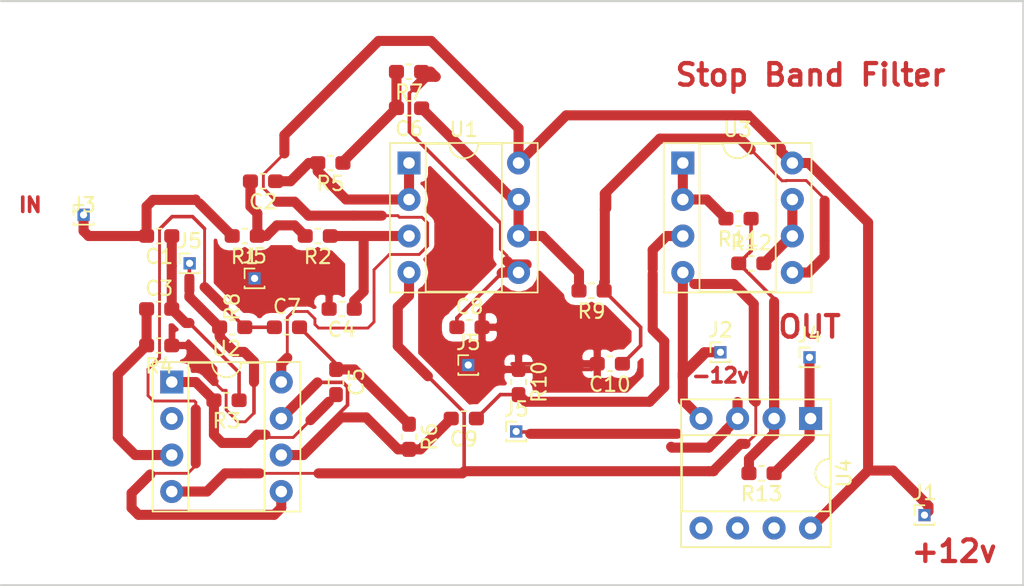
<source format=kicad_pcb>
(kicad_pcb (version 20171130) (host pcbnew 5.0.2-bee76a0~70~ubuntu18.04.1)

  (general
    (thickness 1.6)
    (drawings 8)
    (tracks 330)
    (zones 0)
    (modules 35)
    (nets 24)
  )

  (page A4)
  (layers
    (0 F.Cu signal)
    (31 B.Cu signal)
    (32 B.Adhes user)
    (33 F.Adhes user)
    (34 B.Paste user)
    (35 F.Paste user)
    (36 B.SilkS user)
    (37 F.SilkS user)
    (38 B.Mask user)
    (39 F.Mask user)
    (40 Dwgs.User user)
    (41 Cmts.User user)
    (42 Eco1.User user)
    (43 Eco2.User user)
    (44 Edge.Cuts user)
    (45 Margin user)
    (46 B.CrtYd user)
    (47 F.CrtYd user)
    (48 B.Fab user)
    (49 F.Fab user)
  )

  (setup
    (last_trace_width 0.2)
    (user_trace_width 0.2)
    (user_trace_width 0.7)
    (trace_clearance 0.2)
    (zone_clearance 0.508)
    (zone_45_only no)
    (trace_min 0.2)
    (segment_width 0.2)
    (edge_width 0.15)
    (via_size 0.8)
    (via_drill 0.4)
    (via_min_size 0.4)
    (via_min_drill 0.3)
    (uvia_size 0.3)
    (uvia_drill 0.1)
    (uvias_allowed no)
    (uvia_min_size 0.2)
    (uvia_min_drill 0.1)
    (pcb_text_width 0.3)
    (pcb_text_size 1.5 1.5)
    (mod_edge_width 0.15)
    (mod_text_size 1 1)
    (mod_text_width 0.15)
    (pad_size 1.524 1.524)
    (pad_drill 0.762)
    (pad_to_mask_clearance 0.051)
    (solder_mask_min_width 0.25)
    (aux_axis_origin 0 0)
    (visible_elements FFFFFF7F)
    (pcbplotparams
      (layerselection 0x010fc_ffffffff)
      (usegerberextensions false)
      (usegerberattributes false)
      (usegerberadvancedattributes false)
      (creategerberjobfile false)
      (excludeedgelayer true)
      (linewidth 0.100000)
      (plotframeref false)
      (viasonmask false)
      (mode 1)
      (useauxorigin false)
      (hpglpennumber 1)
      (hpglpenspeed 20)
      (hpglpendiameter 15.000000)
      (psnegative false)
      (psa4output false)
      (plotreference true)
      (plotvalue true)
      (plotinvisibletext false)
      (padsonsilk false)
      (subtractmaskfromsilk false)
      (outputformat 1)
      (mirror false)
      (drillshape 1)
      (scaleselection 1)
      (outputdirectory "stop_band_svg/"))
  )

  (net 0 "")
  (net 1 "Net-(C1-Pad1)")
  (net 2 "Net-(C1-Pad2)")
  (net 3 "Net-(C2-Pad2)")
  (net 4 "Net-(C2-Pad1)")
  (net 5 "Net-(C3-Pad1)")
  (net 6 "Net-(C4-Pad1)")
  (net 7 GND)
  (net 8 "Net-(C5-Pad1)")
  (net 9 "Net-(C5-Pad2)")
  (net 10 "Net-(C6-Pad1)")
  (net 11 "Net-(C6-Pad2)")
  (net 12 "Net-(C7-Pad1)")
  (net 13 "Net-(C8-Pad1)")
  (net 14 "Net-(C9-Pad1)")
  (net 15 "Net-(C9-Pad2)")
  (net 16 "Net-(C10-Pad1)")
  (net 17 "Net-(J1-Pad1)")
  (net 18 "Net-(J2-Pad1)")
  (net 19 "Net-(J4-Pad1)")
  (net 20 "Net-(R11-Pad1)")
  (net 21 "Net-(R11-Pad2)")
  (net 22 "Net-(R12-Pad2)")
  (net 23 "Net-(U2-Pad2)")

  (net_class Default "This is the default net class."
    (clearance 0.2)
    (trace_width 0.25)
    (via_dia 0.8)
    (via_drill 0.4)
    (uvia_dia 0.3)
    (uvia_drill 0.1)
    (add_net GND)
    (add_net "Net-(C1-Pad1)")
    (add_net "Net-(C1-Pad2)")
    (add_net "Net-(C10-Pad1)")
    (add_net "Net-(C2-Pad1)")
    (add_net "Net-(C2-Pad2)")
    (add_net "Net-(C3-Pad1)")
    (add_net "Net-(C4-Pad1)")
    (add_net "Net-(C5-Pad1)")
    (add_net "Net-(C5-Pad2)")
    (add_net "Net-(C6-Pad1)")
    (add_net "Net-(C6-Pad2)")
    (add_net "Net-(C7-Pad1)")
    (add_net "Net-(C8-Pad1)")
    (add_net "Net-(C9-Pad1)")
    (add_net "Net-(C9-Pad2)")
    (add_net "Net-(J1-Pad1)")
    (add_net "Net-(J2-Pad1)")
    (add_net "Net-(J4-Pad1)")
    (add_net "Net-(R11-Pad1)")
    (add_net "Net-(R11-Pad2)")
    (add_net "Net-(R12-Pad2)")
    (add_net "Net-(U2-Pad2)")
  )

  (module Connector_PinHeader_1.00mm:PinHeader_1x01_P1.00mm_Vertical (layer F.Cu) (tedit 59FED738) (tstamp 5C48963E)
    (at 160.2994 108.6866)
    (descr "Through hole straight pin header, 1x01, 1.00mm pitch, single row")
    (tags "Through hole pin header THT 1x01 1.00mm single row")
    (path /5C3C82D3)
    (fp_text reference J5 (at 0 -1.56) (layer F.SilkS)
      (effects (font (size 1 1) (thickness 0.15)))
    )
    (fp_text value GND (at 0 1.56) (layer F.Fab)
      (effects (font (size 1 1) (thickness 0.15)))
    )
    (fp_text user %R (at 0.16256 0.03048 90) (layer F.Fab)
      (effects (font (size 0.76 0.76) (thickness 0.114)))
    )
    (fp_line (start 1.15 -1) (end -1.15 -1) (layer F.CrtYd) (width 0.05))
    (fp_line (start 1.15 1) (end 1.15 -1) (layer F.CrtYd) (width 0.05))
    (fp_line (start -1.15 1) (end 1.15 1) (layer F.CrtYd) (width 0.05))
    (fp_line (start -1.15 -1) (end -1.15 1) (layer F.CrtYd) (width 0.05))
    (fp_line (start -0.695 -0.685) (end 0 -0.685) (layer F.SilkS) (width 0.12))
    (fp_line (start -0.695 0) (end -0.695 -0.685) (layer F.SilkS) (width 0.12))
    (fp_line (start 0.608276 0.685) (end 0.695 0.685) (layer F.SilkS) (width 0.12))
    (fp_line (start -0.695 0.685) (end -0.608276 0.685) (layer F.SilkS) (width 0.12))
    (fp_line (start 0.695 0.685) (end 0.695 0.56) (layer F.SilkS) (width 0.12))
    (fp_line (start -0.695 0.685) (end -0.695 0.56) (layer F.SilkS) (width 0.12))
    (fp_line (start -0.695 0.685) (end 0.695 0.685) (layer F.SilkS) (width 0.12))
    (fp_line (start -0.635 -0.1825) (end -0.3175 -0.5) (layer F.Fab) (width 0.1))
    (fp_line (start -0.635 0.5) (end -0.635 -0.1825) (layer F.Fab) (width 0.1))
    (fp_line (start 0.635 0.5) (end -0.635 0.5) (layer F.Fab) (width 0.1))
    (fp_line (start 0.635 -0.5) (end 0.635 0.5) (layer F.Fab) (width 0.1))
    (fp_line (start -0.3175 -0.5) (end 0.635 -0.5) (layer F.Fab) (width 0.1))
    (pad 1 thru_hole rect (at 0 0) (size 0.85 0.85) (drill 0.5) (layers *.Cu *.Mask))
    (model ${KISYS3DMOD}/Connector_PinHeader_1.00mm.3dshapes/PinHeader_1x01_P1.00mm_Vertical.wrl
      (at (xyz 0 0 0))
      (scale (xyz 1 1 1))
      (rotate (xyz 0 0 0))
    )
  )

  (module Connector_PinHeader_1.00mm:PinHeader_1x01_P1.00mm_Vertical (layer F.Cu) (tedit 59FED738) (tstamp 5C48963E)
    (at 137.57656 96.98736)
    (descr "Through hole straight pin header, 1x01, 1.00mm pitch, single row")
    (tags "Through hole pin header THT 1x01 1.00mm single row")
    (path /5C3C82D3)
    (fp_text reference J5 (at 0 -1.56) (layer F.SilkS)
      (effects (font (size 1 1) (thickness 0.15)))
    )
    (fp_text value GND (at 0 1.56) (layer F.Fab)
      (effects (font (size 1 1) (thickness 0.15)))
    )
    (fp_text user %R (at 0 0 90) (layer F.Fab)
      (effects (font (size 0.76 0.76) (thickness 0.114)))
    )
    (fp_line (start 1.15 -1) (end -1.15 -1) (layer F.CrtYd) (width 0.05))
    (fp_line (start 1.15 1) (end 1.15 -1) (layer F.CrtYd) (width 0.05))
    (fp_line (start -1.15 1) (end 1.15 1) (layer F.CrtYd) (width 0.05))
    (fp_line (start -1.15 -1) (end -1.15 1) (layer F.CrtYd) (width 0.05))
    (fp_line (start -0.695 -0.685) (end 0 -0.685) (layer F.SilkS) (width 0.12))
    (fp_line (start -0.695 0) (end -0.695 -0.685) (layer F.SilkS) (width 0.12))
    (fp_line (start 0.608276 0.685) (end 0.695 0.685) (layer F.SilkS) (width 0.12))
    (fp_line (start -0.695 0.685) (end -0.608276 0.685) (layer F.SilkS) (width 0.12))
    (fp_line (start 0.695 0.685) (end 0.695 0.56) (layer F.SilkS) (width 0.12))
    (fp_line (start -0.695 0.685) (end -0.695 0.56) (layer F.SilkS) (width 0.12))
    (fp_line (start -0.695 0.685) (end 0.695 0.685) (layer F.SilkS) (width 0.12))
    (fp_line (start -0.635 -0.1825) (end -0.3175 -0.5) (layer F.Fab) (width 0.1))
    (fp_line (start -0.635 0.5) (end -0.635 -0.1825) (layer F.Fab) (width 0.1))
    (fp_line (start 0.635 0.5) (end -0.635 0.5) (layer F.Fab) (width 0.1))
    (fp_line (start 0.635 -0.5) (end 0.635 0.5) (layer F.Fab) (width 0.1))
    (fp_line (start -0.3175 -0.5) (end 0.635 -0.5) (layer F.Fab) (width 0.1))
    (pad 1 thru_hole rect (at 0 0) (size 0.85 0.85) (drill 0.5) (layers *.Cu *.Mask))
    (model ${KISYS3DMOD}/Connector_PinHeader_1.00mm.3dshapes/PinHeader_1x01_P1.00mm_Vertical.wrl
      (at (xyz 0 0 0))
      (scale (xyz 1 1 1))
      (rotate (xyz 0 0 0))
    )
  )

  (module Connector_PinHeader_1.00mm:PinHeader_1x01_P1.00mm_Vertical (layer F.Cu) (tedit 59FED738) (tstamp 5C48963E)
    (at 156.96692 104.0638)
    (descr "Through hole straight pin header, 1x01, 1.00mm pitch, single row")
    (tags "Through hole pin header THT 1x01 1.00mm single row")
    (path /5C3C82D3)
    (fp_text reference J5 (at 0 -1.56) (layer F.SilkS)
      (effects (font (size 1 1) (thickness 0.15)))
    )
    (fp_text value GND (at 0 1.56) (layer F.Fab)
      (effects (font (size 1 1) (thickness 0.15)))
    )
    (fp_text user %R (at 0 0 90) (layer F.Fab)
      (effects (font (size 0.76 0.76) (thickness 0.114)))
    )
    (fp_line (start 1.15 -1) (end -1.15 -1) (layer F.CrtYd) (width 0.05))
    (fp_line (start 1.15 1) (end 1.15 -1) (layer F.CrtYd) (width 0.05))
    (fp_line (start -1.15 1) (end 1.15 1) (layer F.CrtYd) (width 0.05))
    (fp_line (start -1.15 -1) (end -1.15 1) (layer F.CrtYd) (width 0.05))
    (fp_line (start -0.695 -0.685) (end 0 -0.685) (layer F.SilkS) (width 0.12))
    (fp_line (start -0.695 0) (end -0.695 -0.685) (layer F.SilkS) (width 0.12))
    (fp_line (start 0.608276 0.685) (end 0.695 0.685) (layer F.SilkS) (width 0.12))
    (fp_line (start -0.695 0.685) (end -0.608276 0.685) (layer F.SilkS) (width 0.12))
    (fp_line (start 0.695 0.685) (end 0.695 0.56) (layer F.SilkS) (width 0.12))
    (fp_line (start -0.695 0.685) (end -0.695 0.56) (layer F.SilkS) (width 0.12))
    (fp_line (start -0.695 0.685) (end 0.695 0.685) (layer F.SilkS) (width 0.12))
    (fp_line (start -0.635 -0.1825) (end -0.3175 -0.5) (layer F.Fab) (width 0.1))
    (fp_line (start -0.635 0.5) (end -0.635 -0.1825) (layer F.Fab) (width 0.1))
    (fp_line (start 0.635 0.5) (end -0.635 0.5) (layer F.Fab) (width 0.1))
    (fp_line (start 0.635 -0.5) (end 0.635 0.5) (layer F.Fab) (width 0.1))
    (fp_line (start -0.3175 -0.5) (end 0.635 -0.5) (layer F.Fab) (width 0.1))
    (pad 1 thru_hole rect (at 0 0) (size 0.85 0.85) (drill 0.5) (layers *.Cu *.Mask))
    (model ${KISYS3DMOD}/Connector_PinHeader_1.00mm.3dshapes/PinHeader_1x01_P1.00mm_Vertical.wrl
      (at (xyz 0 0 0))
      (scale (xyz 1 1 1))
      (rotate (xyz 0 0 0))
    )
  )

  (module Package_DIP:DIP-8_W7.62mm_Socket (layer F.Cu) (tedit 5A02E8C5) (tstamp 5C3BBA24)
    (at 136.3345 105.2449)
    (descr "8-lead though-hole mounted DIP package, row spacing 7.62 mm (300 mils), Socket")
    (tags "THT DIP DIL PDIP 2.54mm 7.62mm 300mil Socket")
    (path /5C3B5571)
    (fp_text reference U2 (at 3.81 -2.33) (layer F.SilkS)
      (effects (font (size 1 1) (thickness 0.15)))
    )
    (fp_text value LM358 (at 3.81 9.95) (layer F.Fab)
      (effects (font (size 1 1) (thickness 0.15)))
    )
    (fp_text user %R (at 3.81 3.81) (layer F.Fab)
      (effects (font (size 1 1) (thickness 0.15)))
    )
    (fp_line (start 9.15 -1.6) (end -1.55 -1.6) (layer F.CrtYd) (width 0.05))
    (fp_line (start 9.15 9.2) (end 9.15 -1.6) (layer F.CrtYd) (width 0.05))
    (fp_line (start -1.55 9.2) (end 9.15 9.2) (layer F.CrtYd) (width 0.05))
    (fp_line (start -1.55 -1.6) (end -1.55 9.2) (layer F.CrtYd) (width 0.05))
    (fp_line (start 8.95 -1.39) (end -1.33 -1.39) (layer F.SilkS) (width 0.12))
    (fp_line (start 8.95 9.01) (end 8.95 -1.39) (layer F.SilkS) (width 0.12))
    (fp_line (start -1.33 9.01) (end 8.95 9.01) (layer F.SilkS) (width 0.12))
    (fp_line (start -1.33 -1.39) (end -1.33 9.01) (layer F.SilkS) (width 0.12))
    (fp_line (start 6.46 -1.33) (end 4.81 -1.33) (layer F.SilkS) (width 0.12))
    (fp_line (start 6.46 8.95) (end 6.46 -1.33) (layer F.SilkS) (width 0.12))
    (fp_line (start 1.16 8.95) (end 6.46 8.95) (layer F.SilkS) (width 0.12))
    (fp_line (start 1.16 -1.33) (end 1.16 8.95) (layer F.SilkS) (width 0.12))
    (fp_line (start 2.81 -1.33) (end 1.16 -1.33) (layer F.SilkS) (width 0.12))
    (fp_line (start 8.89 -1.33) (end -1.27 -1.33) (layer F.Fab) (width 0.1))
    (fp_line (start 8.89 8.95) (end 8.89 -1.33) (layer F.Fab) (width 0.1))
    (fp_line (start -1.27 8.95) (end 8.89 8.95) (layer F.Fab) (width 0.1))
    (fp_line (start -1.27 -1.33) (end -1.27 8.95) (layer F.Fab) (width 0.1))
    (fp_line (start 0.635 -0.27) (end 1.635 -1.27) (layer F.Fab) (width 0.1))
    (fp_line (start 0.635 8.89) (end 0.635 -0.27) (layer F.Fab) (width 0.1))
    (fp_line (start 6.985 8.89) (end 0.635 8.89) (layer F.Fab) (width 0.1))
    (fp_line (start 6.985 -1.27) (end 6.985 8.89) (layer F.Fab) (width 0.1))
    (fp_line (start 1.635 -1.27) (end 6.985 -1.27) (layer F.Fab) (width 0.1))
    (fp_arc (start 3.81 -1.33) (end 2.81 -1.33) (angle -180) (layer F.SilkS) (width 0.12))
    (pad 8 thru_hole oval (at 7.62 0) (size 1.6 1.6) (drill 0.8) (layers *.Cu *.Mask)
      (net 17 "Net-(J1-Pad1)"))
    (pad 4 thru_hole oval (at 0 7.62) (size 1.6 1.6) (drill 0.8) (layers *.Cu *.Mask)
      (net 18 "Net-(J2-Pad1)"))
    (pad 7 thru_hole oval (at 7.62 2.54) (size 1.6 1.6) (drill 0.8) (layers *.Cu *.Mask)
      (net 15 "Net-(C9-Pad2)"))
    (pad 3 thru_hole oval (at 0 5.08) (size 1.6 1.6) (drill 0.8) (layers *.Cu *.Mask)
      (net 5 "Net-(C3-Pad1)"))
    (pad 6 thru_hole oval (at 7.62 5.08) (size 1.6 1.6) (drill 0.8) (layers *.Cu *.Mask)
      (net 15 "Net-(C9-Pad2)"))
    (pad 2 thru_hole oval (at 0 2.54) (size 1.6 1.6) (drill 0.8) (layers *.Cu *.Mask)
      (net 23 "Net-(U2-Pad2)"))
    (pad 5 thru_hole oval (at 7.62 7.62) (size 1.6 1.6) (drill 0.8) (layers *.Cu *.Mask)
      (net 12 "Net-(C7-Pad1)"))
    (pad 1 thru_hole rect (at 0 0) (size 1.6 1.6) (drill 0.8) (layers *.Cu *.Mask)
      (net 9 "Net-(C5-Pad2)"))
    (model ${KISYS3DMOD}/Package_DIP.3dshapes/DIP-8_W7.62mm_Socket.wrl
      (at (xyz 0 0 0))
      (scale (xyz 1 1 1))
      (rotate (xyz 0 0 0))
    )
  )

  (module Package_DIP:DIP-8_W7.62mm_Socket (layer F.Cu) (tedit 5A02E8C5) (tstamp 5C3BAD2F)
    (at 152.8445 90.0049)
    (descr "8-lead though-hole mounted DIP package, row spacing 7.62 mm (300 mils), Socket")
    (tags "THT DIP DIL PDIP 2.54mm 7.62mm 300mil Socket")
    (path /5C3B5715)
    (fp_text reference U1 (at 3.81 -2.33) (layer F.SilkS)
      (effects (font (size 1 1) (thickness 0.15)))
    )
    (fp_text value LM358 (at 3.81 9.95) (layer F.Fab)
      (effects (font (size 1 1) (thickness 0.15)))
    )
    (fp_text user %R (at 3.81 3.81) (layer F.Fab)
      (effects (font (size 1 1) (thickness 0.15)))
    )
    (fp_line (start 9.15 -1.6) (end -1.55 -1.6) (layer F.CrtYd) (width 0.05))
    (fp_line (start 9.15 9.2) (end 9.15 -1.6) (layer F.CrtYd) (width 0.05))
    (fp_line (start -1.55 9.2) (end 9.15 9.2) (layer F.CrtYd) (width 0.05))
    (fp_line (start -1.55 -1.6) (end -1.55 9.2) (layer F.CrtYd) (width 0.05))
    (fp_line (start 8.95 -1.39) (end -1.33 -1.39) (layer F.SilkS) (width 0.12))
    (fp_line (start 8.95 9.01) (end 8.95 -1.39) (layer F.SilkS) (width 0.12))
    (fp_line (start -1.33 9.01) (end 8.95 9.01) (layer F.SilkS) (width 0.12))
    (fp_line (start -1.33 -1.39) (end -1.33 9.01) (layer F.SilkS) (width 0.12))
    (fp_line (start 6.46 -1.33) (end 4.81 -1.33) (layer F.SilkS) (width 0.12))
    (fp_line (start 6.46 8.95) (end 6.46 -1.33) (layer F.SilkS) (width 0.12))
    (fp_line (start 1.16 8.95) (end 6.46 8.95) (layer F.SilkS) (width 0.12))
    (fp_line (start 1.16 -1.33) (end 1.16 8.95) (layer F.SilkS) (width 0.12))
    (fp_line (start 2.81 -1.33) (end 1.16 -1.33) (layer F.SilkS) (width 0.12))
    (fp_line (start 8.89 -1.33) (end -1.27 -1.33) (layer F.Fab) (width 0.1))
    (fp_line (start 8.89 8.95) (end 8.89 -1.33) (layer F.Fab) (width 0.1))
    (fp_line (start -1.27 8.95) (end 8.89 8.95) (layer F.Fab) (width 0.1))
    (fp_line (start -1.27 -1.33) (end -1.27 8.95) (layer F.Fab) (width 0.1))
    (fp_line (start 0.635 -0.27) (end 1.635 -1.27) (layer F.Fab) (width 0.1))
    (fp_line (start 0.635 8.89) (end 0.635 -0.27) (layer F.Fab) (width 0.1))
    (fp_line (start 6.985 8.89) (end 0.635 8.89) (layer F.Fab) (width 0.1))
    (fp_line (start 6.985 -1.27) (end 6.985 8.89) (layer F.Fab) (width 0.1))
    (fp_line (start 1.635 -1.27) (end 6.985 -1.27) (layer F.Fab) (width 0.1))
    (fp_arc (start 3.81 -1.33) (end 2.81 -1.33) (angle -180) (layer F.SilkS) (width 0.12))
    (pad 8 thru_hole oval (at 7.62 0) (size 1.6 1.6) (drill 0.8) (layers *.Cu *.Mask)
      (net 17 "Net-(J1-Pad1)"))
    (pad 4 thru_hole oval (at 0 7.62) (size 1.6 1.6) (drill 0.8) (layers *.Cu *.Mask)
      (net 18 "Net-(J2-Pad1)"))
    (pad 7 thru_hole oval (at 7.62 2.54) (size 1.6 1.6) (drill 0.8) (layers *.Cu *.Mask)
      (net 10 "Net-(C6-Pad1)"))
    (pad 3 thru_hole oval (at 0 5.08) (size 1.6 1.6) (drill 0.8) (layers *.Cu *.Mask)
      (net 6 "Net-(C4-Pad1)"))
    (pad 6 thru_hole oval (at 7.62 5.08) (size 1.6 1.6) (drill 0.8) (layers *.Cu *.Mask)
      (net 10 "Net-(C6-Pad1)"))
    (pad 2 thru_hole oval (at 0 2.54) (size 1.6 1.6) (drill 0.8) (layers *.Cu *.Mask)
      (net 4 "Net-(C2-Pad1)"))
    (pad 5 thru_hole oval (at 7.62 7.62) (size 1.6 1.6) (drill 0.8) (layers *.Cu *.Mask)
      (net 13 "Net-(C8-Pad1)"))
    (pad 1 thru_hole rect (at 0 0) (size 1.6 1.6) (drill 0.8) (layers *.Cu *.Mask)
      (net 4 "Net-(C2-Pad1)"))
    (model ${KISYS3DMOD}/Package_DIP.3dshapes/DIP-8_W7.62mm_Socket.wrl
      (at (xyz 0 0 0))
      (scale (xyz 1 1 1))
      (rotate (xyz 0 0 0))
    )
  )

  (module Package_DIP:DIP-8_W7.62mm_Socket (layer F.Cu) (tedit 5A02E8C5) (tstamp 5C3BACD1)
    (at 171.8945 90.0049)
    (descr "8-lead though-hole mounted DIP package, row spacing 7.62 mm (300 mils), Socket")
    (tags "THT DIP DIL PDIP 2.54mm 7.62mm 300mil Socket")
    (path /5C3B5F09)
    (fp_text reference U3 (at 3.81 -2.33) (layer F.SilkS)
      (effects (font (size 1 1) (thickness 0.15)))
    )
    (fp_text value LM358 (at 3.81 9.95) (layer F.Fab)
      (effects (font (size 1 1) (thickness 0.15)))
    )
    (fp_arc (start 3.81 -1.33) (end 2.81 -1.33) (angle -180) (layer F.SilkS) (width 0.12))
    (fp_line (start 1.635 -1.27) (end 6.985 -1.27) (layer F.Fab) (width 0.1))
    (fp_line (start 6.985 -1.27) (end 6.985 8.89) (layer F.Fab) (width 0.1))
    (fp_line (start 6.985 8.89) (end 0.635 8.89) (layer F.Fab) (width 0.1))
    (fp_line (start 0.635 8.89) (end 0.635 -0.27) (layer F.Fab) (width 0.1))
    (fp_line (start 0.635 -0.27) (end 1.635 -1.27) (layer F.Fab) (width 0.1))
    (fp_line (start -1.27 -1.33) (end -1.27 8.95) (layer F.Fab) (width 0.1))
    (fp_line (start -1.27 8.95) (end 8.89 8.95) (layer F.Fab) (width 0.1))
    (fp_line (start 8.89 8.95) (end 8.89 -1.33) (layer F.Fab) (width 0.1))
    (fp_line (start 8.89 -1.33) (end -1.27 -1.33) (layer F.Fab) (width 0.1))
    (fp_line (start 2.81 -1.33) (end 1.16 -1.33) (layer F.SilkS) (width 0.12))
    (fp_line (start 1.16 -1.33) (end 1.16 8.95) (layer F.SilkS) (width 0.12))
    (fp_line (start 1.16 8.95) (end 6.46 8.95) (layer F.SilkS) (width 0.12))
    (fp_line (start 6.46 8.95) (end 6.46 -1.33) (layer F.SilkS) (width 0.12))
    (fp_line (start 6.46 -1.33) (end 4.81 -1.33) (layer F.SilkS) (width 0.12))
    (fp_line (start -1.33 -1.39) (end -1.33 9.01) (layer F.SilkS) (width 0.12))
    (fp_line (start -1.33 9.01) (end 8.95 9.01) (layer F.SilkS) (width 0.12))
    (fp_line (start 8.95 9.01) (end 8.95 -1.39) (layer F.SilkS) (width 0.12))
    (fp_line (start 8.95 -1.39) (end -1.33 -1.39) (layer F.SilkS) (width 0.12))
    (fp_line (start -1.55 -1.6) (end -1.55 9.2) (layer F.CrtYd) (width 0.05))
    (fp_line (start -1.55 9.2) (end 9.15 9.2) (layer F.CrtYd) (width 0.05))
    (fp_line (start 9.15 9.2) (end 9.15 -1.6) (layer F.CrtYd) (width 0.05))
    (fp_line (start 9.15 -1.6) (end -1.55 -1.6) (layer F.CrtYd) (width 0.05))
    (fp_text user %R (at 3.81 3.81) (layer F.Fab)
      (effects (font (size 1 1) (thickness 0.15)))
    )
    (pad 1 thru_hole rect (at 0 0) (size 1.6 1.6) (drill 0.8) (layers *.Cu *.Mask)
      (net 21 "Net-(R11-Pad2)"))
    (pad 5 thru_hole oval (at 7.62 7.62) (size 1.6 1.6) (drill 0.8) (layers *.Cu *.Mask)
      (net 16 "Net-(C10-Pad1)"))
    (pad 2 thru_hole oval (at 0 2.54) (size 1.6 1.6) (drill 0.8) (layers *.Cu *.Mask)
      (net 21 "Net-(R11-Pad2)"))
    (pad 6 thru_hole oval (at 7.62 5.08) (size 1.6 1.6) (drill 0.8) (layers *.Cu *.Mask)
      (net 22 "Net-(R12-Pad2)"))
    (pad 3 thru_hole oval (at 0 5.08) (size 1.6 1.6) (drill 0.8) (layers *.Cu *.Mask)
      (net 14 "Net-(C9-Pad1)"))
    (pad 7 thru_hole oval (at 7.62 2.54) (size 1.6 1.6) (drill 0.8) (layers *.Cu *.Mask)
      (net 22 "Net-(R12-Pad2)"))
    (pad 4 thru_hole oval (at 0 7.62) (size 1.6 1.6) (drill 0.8) (layers *.Cu *.Mask)
      (net 18 "Net-(J2-Pad1)"))
    (pad 8 thru_hole oval (at 7.62 0) (size 1.6 1.6) (drill 0.8) (layers *.Cu *.Mask)
      (net 17 "Net-(J1-Pad1)"))
    (model ${KISYS3DMOD}/Package_DIP.3dshapes/DIP-8_W7.62mm_Socket.wrl
      (at (xyz 0 0 0))
      (scale (xyz 1 1 1))
      (rotate (xyz 0 0 0))
    )
  )

  (module Capacitor_SMD:C_0603_1608Metric_Pad1.05x0.95mm_HandSolder (layer F.Cu) (tedit 5C3BA930) (tstamp 5C3BAC4F)
    (at 142.6845 91.2749 180)
    (descr "Capacitor SMD 0603 (1608 Metric), square (rectangular) end terminal, IPC_7351 nominal with elongated pad for handsoldering. (Body size source: http://www.tortai-tech.com/upload/download/2011102023233369053.pdf), generated with kicad-footprint-generator")
    (tags "capacitor handsolder")
    (path /5C3B6BA7)
    (attr smd)
    (fp_text reference C2 (at 0 -1.43 180) (layer F.SilkS)
      (effects (font (size 1 1) (thickness 0.15)))
    )
    (fp_text value C (at 0 1.43 180) (layer F.Fab)
      (effects (font (size 1 1) (thickness 0.15)))
    )
    (fp_line (start -0.8 0.4) (end -0.8 -0.4) (layer F.Fab) (width 0.1))
    (fp_line (start -0.8 -0.4) (end 0.8 -0.4) (layer F.Fab) (width 0.1))
    (fp_line (start 0.8 -0.4) (end 0.8 0.4) (layer F.Fab) (width 0.1))
    (fp_line (start 0.8 0.4) (end -0.8 0.4) (layer F.Fab) (width 0.1))
    (fp_line (start -0.171267 -0.51) (end 0.171267 -0.51) (layer F.SilkS) (width 0.12))
    (fp_line (start -0.171267 0.51) (end 0.171267 0.51) (layer F.SilkS) (width 0.12))
    (fp_line (start -1.65 0.73) (end -1.65 -0.73) (layer F.CrtYd) (width 0.05))
    (fp_line (start -1.65 -0.73) (end 1.65 -0.73) (layer F.CrtYd) (width 0.05))
    (fp_line (start 1.65 -0.73) (end 1.65 0.73) (layer F.CrtYd) (width 0.05))
    (fp_line (start 1.65 0.73) (end -1.65 0.73) (layer F.CrtYd) (width 0.05))
    (fp_text user %R (at 0 0 180) (layer F.Fab)
      (effects (font (size 0.4 0.4) (thickness 0.06)))
    )
    (pad 1 smd roundrect (at -0.875 0 180) (size 1.05 0.95) (layers F.Cu F.Paste F.Mask) (roundrect_rratio 0.25)
      (net 4 "Net-(C2-Pad1)"))
    (pad 2 smd roundrect (at 0.875 0 180) (size 1.05 0.95) (layers F.Cu F.Paste F.Mask) (roundrect_rratio 0.25)
      (net 3 "Net-(C2-Pad2)"))
    (model ${KISYS3DMOD}/Capacitor_SMD.3dshapes/C_0603_1608Metric.wrl
      (at (xyz 0 0 0))
      (scale (xyz 1 1 1))
      (rotate (xyz 0 0 0))
    )
  )

  (module Resistor_SMD:R_0603_1608Metric_Pad1.05x0.95mm_HandSolder (layer F.Cu) (tedit 5B301BBD) (tstamp 5C3BACF4)
    (at 177.3695 111.5949 180)
    (descr "Resistor SMD 0603 (1608 Metric), square (rectangular) end terminal, IPC_7351 nominal with elongated pad for handsoldering. (Body size source: http://www.tortai-tech.com/upload/download/2011102023233369053.pdf), generated with kicad-footprint-generator")
    (tags "resistor handsolder")
    (path /5C3C4885)
    (attr smd)
    (fp_text reference R13 (at 0 -1.43 180) (layer F.SilkS)
      (effects (font (size 1 1) (thickness 0.15)))
    )
    (fp_text value R (at 0 1.43 180) (layer F.Fab)
      (effects (font (size 1 1) (thickness 0.15)))
    )
    (fp_text user %R (at 0 0 180) (layer F.Fab)
      (effects (font (size 0.4 0.4) (thickness 0.06)))
    )
    (fp_line (start 1.65 0.73) (end -1.65 0.73) (layer F.CrtYd) (width 0.05))
    (fp_line (start 1.65 -0.73) (end 1.65 0.73) (layer F.CrtYd) (width 0.05))
    (fp_line (start -1.65 -0.73) (end 1.65 -0.73) (layer F.CrtYd) (width 0.05))
    (fp_line (start -1.65 0.73) (end -1.65 -0.73) (layer F.CrtYd) (width 0.05))
    (fp_line (start -0.171267 0.51) (end 0.171267 0.51) (layer F.SilkS) (width 0.12))
    (fp_line (start -0.171267 -0.51) (end 0.171267 -0.51) (layer F.SilkS) (width 0.12))
    (fp_line (start 0.8 0.4) (end -0.8 0.4) (layer F.Fab) (width 0.1))
    (fp_line (start 0.8 -0.4) (end 0.8 0.4) (layer F.Fab) (width 0.1))
    (fp_line (start -0.8 -0.4) (end 0.8 -0.4) (layer F.Fab) (width 0.1))
    (fp_line (start -0.8 0.4) (end -0.8 -0.4) (layer F.Fab) (width 0.1))
    (pad 2 smd roundrect (at 0.875 0 180) (size 1.05 0.95) (layers F.Cu F.Paste F.Mask) (roundrect_rratio 0.25)
      (net 20 "Net-(R11-Pad1)"))
    (pad 1 smd roundrect (at -0.875 0 180) (size 1.05 0.95) (layers F.Cu F.Paste F.Mask) (roundrect_rratio 0.25)
      (net 19 "Net-(J4-Pad1)"))
    (model ${KISYS3DMOD}/Resistor_SMD.3dshapes/R_0603_1608Metric.wrl
      (at (xyz 0 0 0))
      (scale (xyz 1 1 1))
      (rotate (xyz 0 0 0))
    )
  )

  (module Package_DIP:DIP-8_W7.62mm_Socket (layer F.Cu) (tedit 5A02E8C5) (tstamp 5C3BACAE)
    (at 180.7845 107.7849 270)
    (descr "8-lead though-hole mounted DIP package, row spacing 7.62 mm (300 mils), Socket")
    (tags "THT DIP DIL PDIP 2.54mm 7.62mm 300mil Socket")
    (path /5C3C445E)
    (fp_text reference U4 (at 3.81 -2.33 270) (layer F.SilkS)
      (effects (font (size 1 1) (thickness 0.15)))
    )
    (fp_text value LM358 (at 3.81 9.95 270) (layer F.Fab)
      (effects (font (size 1 1) (thickness 0.15)))
    )
    (fp_arc (start 3.81 -1.33) (end 2.81 -1.33) (angle -180) (layer F.SilkS) (width 0.12))
    (fp_line (start 1.635 -1.27) (end 6.985 -1.27) (layer F.Fab) (width 0.1))
    (fp_line (start 6.985 -1.27) (end 6.985 8.89) (layer F.Fab) (width 0.1))
    (fp_line (start 6.985 8.89) (end 0.635 8.89) (layer F.Fab) (width 0.1))
    (fp_line (start 0.635 8.89) (end 0.635 -0.27) (layer F.Fab) (width 0.1))
    (fp_line (start 0.635 -0.27) (end 1.635 -1.27) (layer F.Fab) (width 0.1))
    (fp_line (start -1.27 -1.33) (end -1.27 8.95) (layer F.Fab) (width 0.1))
    (fp_line (start -1.27 8.95) (end 8.89 8.95) (layer F.Fab) (width 0.1))
    (fp_line (start 8.89 8.95) (end 8.89 -1.33) (layer F.Fab) (width 0.1))
    (fp_line (start 8.89 -1.33) (end -1.27 -1.33) (layer F.Fab) (width 0.1))
    (fp_line (start 2.81 -1.33) (end 1.16 -1.33) (layer F.SilkS) (width 0.12))
    (fp_line (start 1.16 -1.33) (end 1.16 8.95) (layer F.SilkS) (width 0.12))
    (fp_line (start 1.16 8.95) (end 6.46 8.95) (layer F.SilkS) (width 0.12))
    (fp_line (start 6.46 8.95) (end 6.46 -1.33) (layer F.SilkS) (width 0.12))
    (fp_line (start 6.46 -1.33) (end 4.81 -1.33) (layer F.SilkS) (width 0.12))
    (fp_line (start -1.33 -1.39) (end -1.33 9.01) (layer F.SilkS) (width 0.12))
    (fp_line (start -1.33 9.01) (end 8.95 9.01) (layer F.SilkS) (width 0.12))
    (fp_line (start 8.95 9.01) (end 8.95 -1.39) (layer F.SilkS) (width 0.12))
    (fp_line (start 8.95 -1.39) (end -1.33 -1.39) (layer F.SilkS) (width 0.12))
    (fp_line (start -1.55 -1.6) (end -1.55 9.2) (layer F.CrtYd) (width 0.05))
    (fp_line (start -1.55 9.2) (end 9.15 9.2) (layer F.CrtYd) (width 0.05))
    (fp_line (start 9.15 9.2) (end 9.15 -1.6) (layer F.CrtYd) (width 0.05))
    (fp_line (start 9.15 -1.6) (end -1.55 -1.6) (layer F.CrtYd) (width 0.05))
    (fp_text user %R (at 3.81 3.81 270) (layer F.Fab)
      (effects (font (size 1 1) (thickness 0.15)))
    )
    (pad 1 thru_hole rect (at 0 0 270) (size 1.6 1.6) (drill 0.8) (layers *.Cu *.Mask)
      (net 19 "Net-(J4-Pad1)"))
    (pad 5 thru_hole oval (at 7.62 7.62 270) (size 1.6 1.6) (drill 0.8) (layers *.Cu *.Mask))
    (pad 2 thru_hole oval (at 0 2.54 270) (size 1.6 1.6) (drill 0.8) (layers *.Cu *.Mask)
      (net 20 "Net-(R11-Pad1)"))
    (pad 6 thru_hole oval (at 7.62 5.08 270) (size 1.6 1.6) (drill 0.8) (layers *.Cu *.Mask))
    (pad 3 thru_hole oval (at 0 5.08 270) (size 1.6 1.6) (drill 0.8) (layers *.Cu *.Mask)
      (net 7 GND))
    (pad 7 thru_hole oval (at 7.62 2.54 270) (size 1.6 1.6) (drill 0.8) (layers *.Cu *.Mask))
    (pad 4 thru_hole oval (at 0 7.62 270) (size 1.6 1.6) (drill 0.8) (layers *.Cu *.Mask)
      (net 18 "Net-(J2-Pad1)"))
    (pad 8 thru_hole oval (at 7.62 0 270) (size 1.6 1.6) (drill 0.8) (layers *.Cu *.Mask)
      (net 17 "Net-(J1-Pad1)"))
    (model ${KISYS3DMOD}/Package_DIP.3dshapes/DIP-8_W7.62mm_Socket.wrl
      (at (xyz 0 0 0))
      (scale (xyz 1 1 1))
      (rotate (xyz 0 0 0))
    )
  )

  (module Capacitor_SMD:C_0603_1608Metric_Pad1.05x0.95mm_HandSolder (layer F.Cu) (tedit 5B301BBE) (tstamp 5C3BAC5F)
    (at 135.4595 95.0849 180)
    (descr "Capacitor SMD 0603 (1608 Metric), square (rectangular) end terminal, IPC_7351 nominal with elongated pad for handsoldering. (Body size source: http://www.tortai-tech.com/upload/download/2011102023233369053.pdf), generated with kicad-footprint-generator")
    (tags "capacitor handsolder")
    (path /5C3B9069)
    (attr smd)
    (fp_text reference C1 (at 0 -1.43 180) (layer F.SilkS)
      (effects (font (size 1 1) (thickness 0.15)))
    )
    (fp_text value C (at 0 1.43 180) (layer F.Fab)
      (effects (font (size 1 1) (thickness 0.15)))
    )
    (fp_text user %R (at 0 0 180) (layer F.Fab)
      (effects (font (size 0.4 0.4) (thickness 0.06)))
    )
    (fp_line (start 1.65 0.73) (end -1.65 0.73) (layer F.CrtYd) (width 0.05))
    (fp_line (start 1.65 -0.73) (end 1.65 0.73) (layer F.CrtYd) (width 0.05))
    (fp_line (start -1.65 -0.73) (end 1.65 -0.73) (layer F.CrtYd) (width 0.05))
    (fp_line (start -1.65 0.73) (end -1.65 -0.73) (layer F.CrtYd) (width 0.05))
    (fp_line (start -0.171267 0.51) (end 0.171267 0.51) (layer F.SilkS) (width 0.12))
    (fp_line (start -0.171267 -0.51) (end 0.171267 -0.51) (layer F.SilkS) (width 0.12))
    (fp_line (start 0.8 0.4) (end -0.8 0.4) (layer F.Fab) (width 0.1))
    (fp_line (start 0.8 -0.4) (end 0.8 0.4) (layer F.Fab) (width 0.1))
    (fp_line (start -0.8 -0.4) (end 0.8 -0.4) (layer F.Fab) (width 0.1))
    (fp_line (start -0.8 0.4) (end -0.8 -0.4) (layer F.Fab) (width 0.1))
    (pad 2 smd roundrect (at 0.875 0 180) (size 1.05 0.95) (layers F.Cu F.Paste F.Mask) (roundrect_rratio 0.25)
      (net 2 "Net-(C1-Pad2)"))
    (pad 1 smd roundrect (at -0.875 0 180) (size 1.05 0.95) (layers F.Cu F.Paste F.Mask) (roundrect_rratio 0.25)
      (net 1 "Net-(C1-Pad1)"))
    (model ${KISYS3DMOD}/Capacitor_SMD.3dshapes/C_0603_1608Metric.wrl
      (at (xyz 0 0 0))
      (scale (xyz 1 1 1))
      (rotate (xyz 0 0 0))
    )
  )

  (module Capacitor_SMD:C_0603_1608Metric_Pad1.05x0.95mm_HandSolder (layer F.Cu) (tedit 5B301BBE) (tstamp 5C3BAC34)
    (at 135.4595 100.1649)
    (descr "Capacitor SMD 0603 (1608 Metric), square (rectangular) end terminal, IPC_7351 nominal with elongated pad for handsoldering. (Body size source: http://www.tortai-tech.com/upload/download/2011102023233369053.pdf), generated with kicad-footprint-generator")
    (tags "capacitor handsolder")
    (path /5C3B9172)
    (attr smd)
    (fp_text reference C3 (at 0 -1.43) (layer F.SilkS)
      (effects (font (size 1 1) (thickness 0.15)))
    )
    (fp_text value C (at 0 1.43) (layer F.Fab)
      (effects (font (size 1 1) (thickness 0.15)))
    )
    (fp_line (start -0.8 0.4) (end -0.8 -0.4) (layer F.Fab) (width 0.1))
    (fp_line (start -0.8 -0.4) (end 0.8 -0.4) (layer F.Fab) (width 0.1))
    (fp_line (start 0.8 -0.4) (end 0.8 0.4) (layer F.Fab) (width 0.1))
    (fp_line (start 0.8 0.4) (end -0.8 0.4) (layer F.Fab) (width 0.1))
    (fp_line (start -0.171267 -0.51) (end 0.171267 -0.51) (layer F.SilkS) (width 0.12))
    (fp_line (start -0.171267 0.51) (end 0.171267 0.51) (layer F.SilkS) (width 0.12))
    (fp_line (start -1.65 0.73) (end -1.65 -0.73) (layer F.CrtYd) (width 0.05))
    (fp_line (start -1.65 -0.73) (end 1.65 -0.73) (layer F.CrtYd) (width 0.05))
    (fp_line (start 1.65 -0.73) (end 1.65 0.73) (layer F.CrtYd) (width 0.05))
    (fp_line (start 1.65 0.73) (end -1.65 0.73) (layer F.CrtYd) (width 0.05))
    (fp_text user %R (at 0 0) (layer F.Fab)
      (effects (font (size 0.4 0.4) (thickness 0.06)))
    )
    (pad 1 smd roundrect (at -0.875 0) (size 1.05 0.95) (layers F.Cu F.Paste F.Mask) (roundrect_rratio 0.25)
      (net 5 "Net-(C3-Pad1)"))
    (pad 2 smd roundrect (at 0.875 0) (size 1.05 0.95) (layers F.Cu F.Paste F.Mask) (roundrect_rratio 0.25)
      (net 1 "Net-(C1-Pad1)"))
    (model ${KISYS3DMOD}/Capacitor_SMD.3dshapes/C_0603_1608Metric.wrl
      (at (xyz 0 0 0))
      (scale (xyz 1 1 1))
      (rotate (xyz 0 0 0))
    )
  )

  (module Connector_PinHeader_1.00mm:PinHeader_1x01_P1.00mm_Vertical (layer F.Cu) (tedit 59FED738) (tstamp 5C3BAC1E)
    (at 188.7093 114.5032)
    (descr "Through hole straight pin header, 1x01, 1.00mm pitch, single row")
    (tags "Through hole pin header THT 1x01 1.00mm single row")
    (path /5C3D567F)
    (fp_text reference J1 (at 0 -1.56) (layer F.SilkS)
      (effects (font (size 1 1) (thickness 0.15)))
    )
    (fp_text value +12v (at 0 1.56) (layer F.Fab)
      (effects (font (size 1 1) (thickness 0.15)))
    )
    (fp_text user %R (at 0 0 90) (layer F.Fab)
      (effects (font (size 0.76 0.76) (thickness 0.114)))
    )
    (fp_line (start 1.15 -1) (end -1.15 -1) (layer F.CrtYd) (width 0.05))
    (fp_line (start 1.15 1) (end 1.15 -1) (layer F.CrtYd) (width 0.05))
    (fp_line (start -1.15 1) (end 1.15 1) (layer F.CrtYd) (width 0.05))
    (fp_line (start -1.15 -1) (end -1.15 1) (layer F.CrtYd) (width 0.05))
    (fp_line (start -0.695 -0.685) (end 0 -0.685) (layer F.SilkS) (width 0.12))
    (fp_line (start -0.695 0) (end -0.695 -0.685) (layer F.SilkS) (width 0.12))
    (fp_line (start 0.608276 0.685) (end 0.695 0.685) (layer F.SilkS) (width 0.12))
    (fp_line (start -0.695 0.685) (end -0.608276 0.685) (layer F.SilkS) (width 0.12))
    (fp_line (start 0.695 0.685) (end 0.695 0.56) (layer F.SilkS) (width 0.12))
    (fp_line (start -0.695 0.685) (end -0.695 0.56) (layer F.SilkS) (width 0.12))
    (fp_line (start -0.695 0.685) (end 0.695 0.685) (layer F.SilkS) (width 0.12))
    (fp_line (start -0.635 -0.1825) (end -0.3175 -0.5) (layer F.Fab) (width 0.1))
    (fp_line (start -0.635 0.5) (end -0.635 -0.1825) (layer F.Fab) (width 0.1))
    (fp_line (start 0.635 0.5) (end -0.635 0.5) (layer F.Fab) (width 0.1))
    (fp_line (start 0.635 -0.5) (end 0.635 0.5) (layer F.Fab) (width 0.1))
    (fp_line (start -0.3175 -0.5) (end 0.635 -0.5) (layer F.Fab) (width 0.1))
    (pad 1 thru_hole rect (at 0 0) (size 0.85 0.85) (drill 0.5) (layers *.Cu *.Mask)
      (net 17 "Net-(J1-Pad1)"))
    (model ${KISYS3DMOD}/Connector_PinHeader_1.00mm.3dshapes/PinHeader_1x01_P1.00mm_Vertical.wrl
      (at (xyz 0 0 0))
      (scale (xyz 1 1 1))
      (rotate (xyz 0 0 0))
    )
  )

  (module Capacitor_SMD:C_0603_1608Metric_Pad1.05x0.95mm_HandSolder (layer F.Cu) (tedit 5C3BA93A) (tstamp 5C3BAC0E)
    (at 157.0495 101.4349)
    (descr "Capacitor SMD 0603 (1608 Metric), square (rectangular) end terminal, IPC_7351 nominal with elongated pad for handsoldering. (Body size source: http://www.tortai-tech.com/upload/download/2011102023233369053.pdf), generated with kicad-footprint-generator")
    (tags "capacitor handsolder")
    (path /5C3B6DF8)
    (attr smd)
    (fp_text reference C8 (at 0 -1.43) (layer F.SilkS)
      (effects (font (size 1 1) (thickness 0.15)))
    )
    (fp_text value C (at 0 1.43) (layer F.Fab)
      (effects (font (size 1 1) (thickness 0.15)))
    )
    (fp_line (start -0.8 0.4) (end -0.8 -0.4) (layer F.Fab) (width 0.1))
    (fp_line (start -0.8 -0.4) (end 0.8 -0.4) (layer F.Fab) (width 0.1))
    (fp_line (start 0.8 -0.4) (end 0.8 0.4) (layer F.Fab) (width 0.1))
    (fp_line (start 0.8 0.4) (end -0.8 0.4) (layer F.Fab) (width 0.1))
    (fp_line (start -0.171267 -0.51) (end 0.171267 -0.51) (layer F.SilkS) (width 0.12))
    (fp_line (start -0.171267 0.51) (end 0.171267 0.51) (layer F.SilkS) (width 0.12))
    (fp_line (start -1.65 0.73) (end -1.65 -0.73) (layer F.CrtYd) (width 0.05))
    (fp_line (start -1.65 -0.73) (end 1.65 -0.73) (layer F.CrtYd) (width 0.05))
    (fp_line (start 1.65 -0.73) (end 1.65 0.73) (layer F.CrtYd) (width 0.05))
    (fp_line (start 1.65 0.73) (end -1.65 0.73) (layer F.CrtYd) (width 0.05))
    (fp_text user %R (at 0 0) (layer F.Fab)
      (effects (font (size 0.4 0.4) (thickness 0.06)))
    )
    (pad 1 smd roundrect (at -0.875 0) (size 1.05 0.95) (layers F.Cu F.Paste F.Mask) (roundrect_rratio 0.25)
      (net 13 "Net-(C8-Pad1)"))
    (pad 2 smd roundrect (at 0.875 0) (size 1.05 0.95) (layers F.Cu F.Paste F.Mask) (roundrect_rratio 0.25)
      (net 7 GND))
    (model ${KISYS3DMOD}/Capacitor_SMD.3dshapes/C_0603_1608Metric.wrl
      (at (xyz 0 0 0))
      (scale (xyz 1 1 1))
      (rotate (xyz 0 0 0))
    )
  )

  (module Capacitor_SMD:C_0603_1608Metric_Pad1.05x0.95mm_HandSolder (layer F.Cu) (tedit 5B301BBE) (tstamp 5C3BABDB)
    (at 166.8145 103.9749 180)
    (descr "Capacitor SMD 0603 (1608 Metric), square (rectangular) end terminal, IPC_7351 nominal with elongated pad for handsoldering. (Body size source: http://www.tortai-tech.com/upload/download/2011102023233369053.pdf), generated with kicad-footprint-generator")
    (tags "capacitor handsolder")
    (path /5C3B719A)
    (attr smd)
    (fp_text reference C10 (at 0 -1.43 180) (layer F.SilkS)
      (effects (font (size 1 1) (thickness 0.15)))
    )
    (fp_text value C (at 0 1.43 180) (layer F.Fab)
      (effects (font (size 1 1) (thickness 0.15)))
    )
    (fp_line (start -0.8 0.4) (end -0.8 -0.4) (layer F.Fab) (width 0.1))
    (fp_line (start -0.8 -0.4) (end 0.8 -0.4) (layer F.Fab) (width 0.1))
    (fp_line (start 0.8 -0.4) (end 0.8 0.4) (layer F.Fab) (width 0.1))
    (fp_line (start 0.8 0.4) (end -0.8 0.4) (layer F.Fab) (width 0.1))
    (fp_line (start -0.171267 -0.51) (end 0.171267 -0.51) (layer F.SilkS) (width 0.12))
    (fp_line (start -0.171267 0.51) (end 0.171267 0.51) (layer F.SilkS) (width 0.12))
    (fp_line (start -1.65 0.73) (end -1.65 -0.73) (layer F.CrtYd) (width 0.05))
    (fp_line (start -1.65 -0.73) (end 1.65 -0.73) (layer F.CrtYd) (width 0.05))
    (fp_line (start 1.65 -0.73) (end 1.65 0.73) (layer F.CrtYd) (width 0.05))
    (fp_line (start 1.65 0.73) (end -1.65 0.73) (layer F.CrtYd) (width 0.05))
    (fp_text user %R (at 0 0 180) (layer F.Fab)
      (effects (font (size 0.4 0.4) (thickness 0.06)))
    )
    (pad 1 smd roundrect (at -0.875 0 180) (size 1.05 0.95) (layers F.Cu F.Paste F.Mask) (roundrect_rratio 0.25)
      (net 16 "Net-(C10-Pad1)"))
    (pad 2 smd roundrect (at 0.875 0 180) (size 1.05 0.95) (layers F.Cu F.Paste F.Mask) (roundrect_rratio 0.25)
      (net 7 GND))
    (model ${KISYS3DMOD}/Capacitor_SMD.3dshapes/C_0603_1608Metric.wrl
      (at (xyz 0 0 0))
      (scale (xyz 1 1 1))
      (rotate (xyz 0 0 0))
    )
  )

  (module Connector_PinHeader_1.00mm:PinHeader_1x01_P1.00mm_Vertical (layer F.Cu) (tedit 59FED738) (tstamp 5C3BABC6)
    (at 180.7083 103.5304)
    (descr "Through hole straight pin header, 1x01, 1.00mm pitch, single row")
    (tags "Through hole pin header THT 1x01 1.00mm single row")
    (path /5C3DC3A2)
    (fp_text reference J4 (at 0 -1.56) (layer F.SilkS)
      (effects (font (size 1 1) (thickness 0.15)))
    )
    (fp_text value System_out (at 0 1.56) (layer F.Fab)
      (effects (font (size 1 1) (thickness 0.15)))
    )
    (fp_line (start -0.3175 -0.5) (end 0.635 -0.5) (layer F.Fab) (width 0.1))
    (fp_line (start 0.635 -0.5) (end 0.635 0.5) (layer F.Fab) (width 0.1))
    (fp_line (start 0.635 0.5) (end -0.635 0.5) (layer F.Fab) (width 0.1))
    (fp_line (start -0.635 0.5) (end -0.635 -0.1825) (layer F.Fab) (width 0.1))
    (fp_line (start -0.635 -0.1825) (end -0.3175 -0.5) (layer F.Fab) (width 0.1))
    (fp_line (start -0.695 0.685) (end 0.695 0.685) (layer F.SilkS) (width 0.12))
    (fp_line (start -0.695 0.685) (end -0.695 0.56) (layer F.SilkS) (width 0.12))
    (fp_line (start 0.695 0.685) (end 0.695 0.56) (layer F.SilkS) (width 0.12))
    (fp_line (start -0.695 0.685) (end -0.608276 0.685) (layer F.SilkS) (width 0.12))
    (fp_line (start 0.608276 0.685) (end 0.695 0.685) (layer F.SilkS) (width 0.12))
    (fp_line (start -0.695 0) (end -0.695 -0.685) (layer F.SilkS) (width 0.12))
    (fp_line (start -0.695 -0.685) (end 0 -0.685) (layer F.SilkS) (width 0.12))
    (fp_line (start -1.15 -1) (end -1.15 1) (layer F.CrtYd) (width 0.05))
    (fp_line (start -1.15 1) (end 1.15 1) (layer F.CrtYd) (width 0.05))
    (fp_line (start 1.15 1) (end 1.15 -1) (layer F.CrtYd) (width 0.05))
    (fp_line (start 1.15 -1) (end -1.15 -1) (layer F.CrtYd) (width 0.05))
    (fp_text user %R (at 0 0.020019 90) (layer F.Fab)
      (effects (font (size 0.76 0.76) (thickness 0.114)))
    )
    (pad 1 thru_hole rect (at 0 0) (size 0.85 0.85) (drill 0.5) (layers *.Cu *.Mask)
      (net 19 "Net-(J4-Pad1)"))
    (model ${KISYS3DMOD}/Connector_PinHeader_1.00mm.3dshapes/PinHeader_1x01_P1.00mm_Vertical.wrl
      (at (xyz 0 0 0))
      (scale (xyz 1 1 1))
      (rotate (xyz 0 0 0))
    )
  )

  (module Resistor_SMD:R_0603_1608Metric_Pad1.05x0.95mm_HandSolder (layer F.Cu) (tedit 5B301BBD) (tstamp 5C3BABAC)
    (at 160.4645 105.2449 270)
    (descr "Resistor SMD 0603 (1608 Metric), square (rectangular) end terminal, IPC_7351 nominal with elongated pad for handsoldering. (Body size source: http://www.tortai-tech.com/upload/download/2011102023233369053.pdf), generated with kicad-footprint-generator")
    (tags "resistor handsolder")
    (path /5C3B961E)
    (attr smd)
    (fp_text reference R10 (at 0 -1.43 270) (layer F.SilkS)
      (effects (font (size 1 1) (thickness 0.15)))
    )
    (fp_text value R (at 0 1.43 270) (layer F.Fab)
      (effects (font (size 1 1) (thickness 0.15)))
    )
    (fp_line (start -0.8 0.4) (end -0.8 -0.4) (layer F.Fab) (width 0.1))
    (fp_line (start -0.8 -0.4) (end 0.8 -0.4) (layer F.Fab) (width 0.1))
    (fp_line (start 0.8 -0.4) (end 0.8 0.4) (layer F.Fab) (width 0.1))
    (fp_line (start 0.8 0.4) (end -0.8 0.4) (layer F.Fab) (width 0.1))
    (fp_line (start -0.171267 -0.51) (end 0.171267 -0.51) (layer F.SilkS) (width 0.12))
    (fp_line (start -0.171267 0.51) (end 0.171267 0.51) (layer F.SilkS) (width 0.12))
    (fp_line (start -1.65 0.73) (end -1.65 -0.73) (layer F.CrtYd) (width 0.05))
    (fp_line (start -1.65 -0.73) (end 1.65 -0.73) (layer F.CrtYd) (width 0.05))
    (fp_line (start 1.65 -0.73) (end 1.65 0.73) (layer F.CrtYd) (width 0.05))
    (fp_line (start 1.65 0.73) (end -1.65 0.73) (layer F.CrtYd) (width 0.05))
    (fp_text user %R (at 0 0 270) (layer F.Fab)
      (effects (font (size 0.4 0.4) (thickness 0.06)))
    )
    (pad 1 smd roundrect (at -0.875 0 270) (size 1.05 0.95) (layers F.Cu F.Paste F.Mask) (roundrect_rratio 0.25)
      (net 7 GND))
    (pad 2 smd roundrect (at 0.875 0 270) (size 1.05 0.95) (layers F.Cu F.Paste F.Mask) (roundrect_rratio 0.25)
      (net 14 "Net-(C9-Pad1)"))
    (model ${KISYS3DMOD}/Resistor_SMD.3dshapes/R_0603_1608Metric.wrl
      (at (xyz 0 0 0))
      (scale (xyz 1 1 1))
      (rotate (xyz 0 0 0))
    )
  )

  (module Resistor_SMD:R_0603_1608Metric_Pad1.05x0.95mm_HandSolder (layer F.Cu) (tedit 5B301BBD) (tstamp 5C3BAB9C)
    (at 152.8445 83.6549 180)
    (descr "Resistor SMD 0603 (1608 Metric), square (rectangular) end terminal, IPC_7351 nominal with elongated pad for handsoldering. (Body size source: http://www.tortai-tech.com/upload/download/2011102023233369053.pdf), generated with kicad-footprint-generator")
    (tags "resistor handsolder")
    (path /5C3B684A)
    (attr smd)
    (fp_text reference R7 (at 0 -1.43 180) (layer F.SilkS)
      (effects (font (size 1 1) (thickness 0.15)))
    )
    (fp_text value R (at 0 1.43 180) (layer F.Fab)
      (effects (font (size 1 1) (thickness 0.15)))
    )
    (fp_text user %R (at 0 0 180) (layer F.Fab)
      (effects (font (size 0.4 0.4) (thickness 0.06)))
    )
    (fp_line (start 1.65 0.73) (end -1.65 0.73) (layer F.CrtYd) (width 0.05))
    (fp_line (start 1.65 -0.73) (end 1.65 0.73) (layer F.CrtYd) (width 0.05))
    (fp_line (start -1.65 -0.73) (end 1.65 -0.73) (layer F.CrtYd) (width 0.05))
    (fp_line (start -1.65 0.73) (end -1.65 -0.73) (layer F.CrtYd) (width 0.05))
    (fp_line (start -0.171267 0.51) (end 0.171267 0.51) (layer F.SilkS) (width 0.12))
    (fp_line (start -0.171267 -0.51) (end 0.171267 -0.51) (layer F.SilkS) (width 0.12))
    (fp_line (start 0.8 0.4) (end -0.8 0.4) (layer F.Fab) (width 0.1))
    (fp_line (start 0.8 -0.4) (end 0.8 0.4) (layer F.Fab) (width 0.1))
    (fp_line (start -0.8 -0.4) (end 0.8 -0.4) (layer F.Fab) (width 0.1))
    (fp_line (start -0.8 0.4) (end -0.8 -0.4) (layer F.Fab) (width 0.1))
    (pad 2 smd roundrect (at 0.875 0 180) (size 1.05 0.95) (layers F.Cu F.Paste F.Mask) (roundrect_rratio 0.25)
      (net 11 "Net-(C6-Pad2)"))
    (pad 1 smd roundrect (at -0.875 0 180) (size 1.05 0.95) (layers F.Cu F.Paste F.Mask) (roundrect_rratio 0.25)
      (net 13 "Net-(C8-Pad1)"))
    (model ${KISYS3DMOD}/Resistor_SMD.3dshapes/R_0603_1608Metric.wrl
      (at (xyz 0 0 0))
      (scale (xyz 1 1 1))
      (rotate (xyz 0 0 0))
    )
  )

  (module Resistor_SMD:R_0603_1608Metric_Pad1.05x0.95mm_HandSolder (layer F.Cu) (tedit 5B301BBD) (tstamp 5C3BAB7E)
    (at 135.4595 102.7049 180)
    (descr "Resistor SMD 0603 (1608 Metric), square (rectangular) end terminal, IPC_7351 nominal with elongated pad for handsoldering. (Body size source: http://www.tortai-tech.com/upload/download/2011102023233369053.pdf), generated with kicad-footprint-generator")
    (tags "resistor handsolder")
    (path /5C3B93D4)
    (attr smd)
    (fp_text reference R4 (at 0 -1.43 180) (layer F.SilkS)
      (effects (font (size 1 1) (thickness 0.15)))
    )
    (fp_text value R (at 0 1.43 180) (layer F.Fab)
      (effects (font (size 1 1) (thickness 0.15)))
    )
    (fp_line (start -0.8 0.4) (end -0.8 -0.4) (layer F.Fab) (width 0.1))
    (fp_line (start -0.8 -0.4) (end 0.8 -0.4) (layer F.Fab) (width 0.1))
    (fp_line (start 0.8 -0.4) (end 0.8 0.4) (layer F.Fab) (width 0.1))
    (fp_line (start 0.8 0.4) (end -0.8 0.4) (layer F.Fab) (width 0.1))
    (fp_line (start -0.171267 -0.51) (end 0.171267 -0.51) (layer F.SilkS) (width 0.12))
    (fp_line (start -0.171267 0.51) (end 0.171267 0.51) (layer F.SilkS) (width 0.12))
    (fp_line (start -1.65 0.73) (end -1.65 -0.73) (layer F.CrtYd) (width 0.05))
    (fp_line (start -1.65 -0.73) (end 1.65 -0.73) (layer F.CrtYd) (width 0.05))
    (fp_line (start 1.65 -0.73) (end 1.65 0.73) (layer F.CrtYd) (width 0.05))
    (fp_line (start 1.65 0.73) (end -1.65 0.73) (layer F.CrtYd) (width 0.05))
    (fp_text user %R (at -0.8 -0.4 180) (layer F.Fab)
      (effects (font (size 0.4 0.4) (thickness 0.06)))
    )
    (pad 1 smd roundrect (at -0.875 0 180) (size 1.05 0.95) (layers F.Cu F.Paste F.Mask) (roundrect_rratio 0.25)
      (net 7 GND))
    (pad 2 smd roundrect (at 0.875 0 180) (size 1.05 0.95) (layers F.Cu F.Paste F.Mask) (roundrect_rratio 0.25)
      (net 5 "Net-(C3-Pad1)"))
    (model ${KISYS3DMOD}/Resistor_SMD.3dshapes/R_0603_1608Metric.wrl
      (at (xyz 0 0 0))
      (scale (xyz 1 1 1))
      (rotate (xyz 0 0 0))
    )
  )

  (module Connector_PinHeader_1.00mm:PinHeader_1x01_P1.00mm_Vertical (layer F.Cu) (tedit 59FED738) (tstamp 5C3BAB5F)
    (at 174.5107 103.1748)
    (descr "Through hole straight pin header, 1x01, 1.00mm pitch, single row")
    (tags "Through hole pin header THT 1x01 1.00mm single row")
    (path /5C3D5705)
    (fp_text reference J2 (at 0 -1.56) (layer F.SilkS)
      (effects (font (size 1 1) (thickness 0.15)))
    )
    (fp_text value -12v (at 0 1.56) (layer F.Fab)
      (effects (font (size 1 1) (thickness 0.15)))
    )
    (fp_line (start -0.3175 -0.5) (end 0.635 -0.5) (layer F.Fab) (width 0.1))
    (fp_line (start 0.635 -0.5) (end 0.635 0.5) (layer F.Fab) (width 0.1))
    (fp_line (start 0.635 0.5) (end -0.635 0.5) (layer F.Fab) (width 0.1))
    (fp_line (start -0.635 0.5) (end -0.635 -0.1825) (layer F.Fab) (width 0.1))
    (fp_line (start -0.635 -0.1825) (end -0.3175 -0.5) (layer F.Fab) (width 0.1))
    (fp_line (start -0.695 0.685) (end 0.695 0.685) (layer F.SilkS) (width 0.12))
    (fp_line (start -0.695 0.685) (end -0.695 0.56) (layer F.SilkS) (width 0.12))
    (fp_line (start 0.695 0.685) (end 0.695 0.56) (layer F.SilkS) (width 0.12))
    (fp_line (start -0.695 0.685) (end -0.608276 0.685) (layer F.SilkS) (width 0.12))
    (fp_line (start 0.608276 0.685) (end 0.695 0.685) (layer F.SilkS) (width 0.12))
    (fp_line (start -0.695 0) (end -0.695 -0.685) (layer F.SilkS) (width 0.12))
    (fp_line (start -0.695 -0.685) (end 0 -0.685) (layer F.SilkS) (width 0.12))
    (fp_line (start -1.15 -1) (end -1.15 1) (layer F.CrtYd) (width 0.05))
    (fp_line (start -1.15 1) (end 1.15 1) (layer F.CrtYd) (width 0.05))
    (fp_line (start 1.15 1) (end 1.15 -1) (layer F.CrtYd) (width 0.05))
    (fp_line (start 1.15 -1) (end -1.15 -1) (layer F.CrtYd) (width 0.05))
    (fp_text user %R (at 0 0 90) (layer F.Fab)
      (effects (font (size 0.76 0.76) (thickness 0.114)))
    )
    (pad 1 thru_hole rect (at 0 0) (size 0.85 0.85) (drill 0.5) (layers *.Cu *.Mask)
      (net 18 "Net-(J2-Pad1)"))
    (model ${KISYS3DMOD}/Connector_PinHeader_1.00mm.3dshapes/PinHeader_1x01_P1.00mm_Vertical.wrl
      (at (xyz 0 0 0))
      (scale (xyz 1 1 1))
      (rotate (xyz 0 0 0))
    )
  )

  (module Resistor_SMD:R_0603_1608Metric_Pad1.05x0.95mm_HandSolder (layer F.Cu) (tedit 5B301BBD) (tstamp 5C3BAB4D)
    (at 140.1445 106.5149 180)
    (descr "Resistor SMD 0603 (1608 Metric), square (rectangular) end terminal, IPC_7351 nominal with elongated pad for handsoldering. (Body size source: http://www.tortai-tech.com/upload/download/2011102023233369053.pdf), generated with kicad-footprint-generator")
    (tags "resistor handsolder")
    (path /5C3B9326)
    (attr smd)
    (fp_text reference R3 (at 0 -1.43 180) (layer F.SilkS)
      (effects (font (size 1 1) (thickness 0.15)))
    )
    (fp_text value R (at 0 1.43 180) (layer F.Fab)
      (effects (font (size 1 1) (thickness 0.15)))
    )
    (fp_line (start -0.8 0.4) (end -0.8 -0.4) (layer F.Fab) (width 0.1))
    (fp_line (start -0.8 -0.4) (end 0.8 -0.4) (layer F.Fab) (width 0.1))
    (fp_line (start 0.8 -0.4) (end 0.8 0.4) (layer F.Fab) (width 0.1))
    (fp_line (start 0.8 0.4) (end -0.8 0.4) (layer F.Fab) (width 0.1))
    (fp_line (start -0.171267 -0.51) (end 0.171267 -0.51) (layer F.SilkS) (width 0.12))
    (fp_line (start -0.171267 0.51) (end 0.171267 0.51) (layer F.SilkS) (width 0.12))
    (fp_line (start -1.65 0.73) (end -1.65 -0.73) (layer F.CrtYd) (width 0.05))
    (fp_line (start -1.65 -0.73) (end 1.65 -0.73) (layer F.CrtYd) (width 0.05))
    (fp_line (start 1.65 -0.73) (end 1.65 0.73) (layer F.CrtYd) (width 0.05))
    (fp_line (start 1.65 0.73) (end -1.65 0.73) (layer F.CrtYd) (width 0.05))
    (fp_text user %R (at 0 0 180) (layer F.Fab)
      (effects (font (size 0.4 0.4) (thickness 0.06)))
    )
    (pad 1 smd roundrect (at -0.875 0 180) (size 1.05 0.95) (layers F.Cu F.Paste F.Mask) (roundrect_rratio 0.25)
      (net 1 "Net-(C1-Pad1)"))
    (pad 2 smd roundrect (at 0.875 0 180) (size 1.05 0.95) (layers F.Cu F.Paste F.Mask) (roundrect_rratio 0.25)
      (net 9 "Net-(C5-Pad2)"))
    (model ${KISYS3DMOD}/Resistor_SMD.3dshapes/R_0603_1608Metric.wrl
      (at (xyz 0 0 0))
      (scale (xyz 1 1 1))
      (rotate (xyz 0 0 0))
    )
  )

  (module Connector_PinHeader_1.00mm:PinHeader_1x01_P1.00mm_Vertical (layer F.Cu) (tedit 59FED738) (tstamp 5C3BAB38)
    (at 130.2004 93.6117)
    (descr "Through hole straight pin header, 1x01, 1.00mm pitch, single row")
    (tags "Through hole pin header THT 1x01 1.00mm single row")
    (path /5C3DBB26)
    (fp_text reference J3 (at 0 -0.685) (layer F.SilkS)
      (effects (font (size 1 1) (thickness 0.15)))
    )
    (fp_text value Signal_in (at 0 1.56) (layer F.Fab)
      (effects (font (size 1 1) (thickness 0.15)))
    )
    (fp_text user %R (at -0.635 0 90) (layer F.Fab)
      (effects (font (size 0.76 0.76) (thickness 0.114)))
    )
    (fp_line (start 1.15 -1) (end -1.15 -1) (layer F.CrtYd) (width 0.05))
    (fp_line (start 1.15 1) (end 1.15 -1) (layer F.CrtYd) (width 0.05))
    (fp_line (start -1.15 1) (end 1.15 1) (layer F.CrtYd) (width 0.05))
    (fp_line (start -1.15 -1) (end -1.15 1) (layer F.CrtYd) (width 0.05))
    (fp_line (start -0.695 -0.685) (end 0 -0.685) (layer F.SilkS) (width 0.12))
    (fp_line (start -0.695 0) (end -0.695 -0.685) (layer F.SilkS) (width 0.12))
    (fp_line (start 0.608276 0.685) (end 0.695 0.685) (layer F.SilkS) (width 0.12))
    (fp_line (start -0.695 0.685) (end -0.608276 0.685) (layer F.SilkS) (width 0.12))
    (fp_line (start 0.695 0.685) (end 0.695 0.56) (layer F.SilkS) (width 0.12))
    (fp_line (start -0.695 0.685) (end -0.695 0.56) (layer F.SilkS) (width 0.12))
    (fp_line (start -0.695 0.685) (end 0.695 0.685) (layer F.SilkS) (width 0.12))
    (fp_line (start -0.635 -0.1825) (end -0.3175 -0.5) (layer F.Fab) (width 0.1))
    (fp_line (start -0.635 0.5) (end -0.635 -0.1825) (layer F.Fab) (width 0.1))
    (fp_line (start 0.635 0.5) (end -0.635 0.5) (layer F.Fab) (width 0.1))
    (fp_line (start 0.635 -0.5) (end 0.635 0.5) (layer F.Fab) (width 0.1))
    (fp_line (start -0.3175 -0.5) (end 0.635 -0.5) (layer F.Fab) (width 0.1))
    (pad 1 thru_hole rect (at 0 0) (size 0.85 0.85) (drill 0.5) (layers *.Cu *.Mask)
      (net 2 "Net-(C1-Pad2)"))
    (model ${KISYS3DMOD}/Connector_PinHeader_1.00mm.3dshapes/PinHeader_1x01_P1.00mm_Vertical.wrl
      (at (xyz 0 0 0))
      (scale (xyz 1 1 1))
      (rotate (xyz 0 0 0))
    )
  )

  (module Resistor_SMD:R_0603_1608Metric_Pad1.05x0.95mm_HandSolder (layer F.Cu) (tedit 5B301BBD) (tstamp 5C3BAB28)
    (at 165.5445 98.8949 180)
    (descr "Resistor SMD 0603 (1608 Metric), square (rectangular) end terminal, IPC_7351 nominal with elongated pad for handsoldering. (Body size source: http://www.tortai-tech.com/upload/download/2011102023233369053.pdf), generated with kicad-footprint-generator")
    (tags "resistor handsolder")
    (path /5C3B6A03)
    (attr smd)
    (fp_text reference R9 (at 0 -1.43 180) (layer F.SilkS)
      (effects (font (size 1 1) (thickness 0.15)))
    )
    (fp_text value R (at 0 1.43 180) (layer F.Fab)
      (effects (font (size 1 1) (thickness 0.15)))
    )
    (fp_text user %R (at 0 0 180) (layer F.Fab)
      (effects (font (size 0.4 0.4) (thickness 0.06)))
    )
    (fp_line (start 1.65 0.73) (end -1.65 0.73) (layer F.CrtYd) (width 0.05))
    (fp_line (start 1.65 -0.73) (end 1.65 0.73) (layer F.CrtYd) (width 0.05))
    (fp_line (start -1.65 -0.73) (end 1.65 -0.73) (layer F.CrtYd) (width 0.05))
    (fp_line (start -1.65 0.73) (end -1.65 -0.73) (layer F.CrtYd) (width 0.05))
    (fp_line (start -0.171267 0.51) (end 0.171267 0.51) (layer F.SilkS) (width 0.12))
    (fp_line (start -0.171267 -0.51) (end 0.171267 -0.51) (layer F.SilkS) (width 0.12))
    (fp_line (start 0.8 0.4) (end -0.8 0.4) (layer F.Fab) (width 0.1))
    (fp_line (start 0.8 -0.4) (end 0.8 0.4) (layer F.Fab) (width 0.1))
    (fp_line (start -0.8 -0.4) (end 0.8 -0.4) (layer F.Fab) (width 0.1))
    (fp_line (start -0.8 0.4) (end -0.8 -0.4) (layer F.Fab) (width 0.1))
    (pad 2 smd roundrect (at 0.875 0 180) (size 1.05 0.95) (layers F.Cu F.Paste F.Mask) (roundrect_rratio 0.25)
      (net 10 "Net-(C6-Pad1)"))
    (pad 1 smd roundrect (at -0.875 0 180) (size 1.05 0.95) (layers F.Cu F.Paste F.Mask) (roundrect_rratio 0.25)
      (net 16 "Net-(C10-Pad1)"))
    (model ${KISYS3DMOD}/Resistor_SMD.3dshapes/R_0603_1608Metric.wrl
      (at (xyz 0 0 0))
      (scale (xyz 1 1 1))
      (rotate (xyz 0 0 0))
    )
  )

  (module Resistor_SMD:R_0603_1608Metric_Pad1.05x0.95mm_HandSolder (layer F.Cu) (tedit 5B301BBD) (tstamp 5C3BAB01)
    (at 152.8445 109.0549 270)
    (descr "Resistor SMD 0603 (1608 Metric), square (rectangular) end terminal, IPC_7351 nominal with elongated pad for handsoldering. (Body size source: http://www.tortai-tech.com/upload/download/2011102023233369053.pdf), generated with kicad-footprint-generator")
    (tags "resistor handsolder")
    (path /5C3B9444)
    (attr smd)
    (fp_text reference R6 (at 0 -1.43 270) (layer F.SilkS)
      (effects (font (size 1 1) (thickness 0.15)))
    )
    (fp_text value R (at 0 1.43 270) (layer F.Fab)
      (effects (font (size 1 1) (thickness 0.15)))
    )
    (fp_text user %R (at -0.24 0 270) (layer F.Fab)
      (effects (font (size 0.4 0.4) (thickness 0.06)))
    )
    (fp_line (start 1.65 0.73) (end -1.65 0.73) (layer F.CrtYd) (width 0.05))
    (fp_line (start 1.65 -0.73) (end 1.65 0.73) (layer F.CrtYd) (width 0.05))
    (fp_line (start -1.65 -0.73) (end 1.65 -0.73) (layer F.CrtYd) (width 0.05))
    (fp_line (start -1.65 0.73) (end -1.65 -0.73) (layer F.CrtYd) (width 0.05))
    (fp_line (start -0.171267 0.51) (end 0.171267 0.51) (layer F.SilkS) (width 0.12))
    (fp_line (start -0.171267 -0.51) (end 0.171267 -0.51) (layer F.SilkS) (width 0.12))
    (fp_line (start 0.8 0.4) (end -0.8 0.4) (layer F.Fab) (width 0.1))
    (fp_line (start 0.8 -0.4) (end 0.8 0.4) (layer F.Fab) (width 0.1))
    (fp_line (start -0.8 -0.4) (end 0.8 -0.4) (layer F.Fab) (width 0.1))
    (fp_line (start -0.8 0.4) (end -0.8 -0.4) (layer F.Fab) (width 0.1))
    (pad 2 smd roundrect (at 0.875 0 270) (size 1.05 0.95) (layers F.Cu F.Paste F.Mask) (roundrect_rratio 0.25)
      (net 15 "Net-(C9-Pad2)"))
    (pad 1 smd roundrect (at -0.875 0 270) (size 1.05 0.95) (layers F.Cu F.Paste F.Mask) (roundrect_rratio 0.25)
      (net 8 "Net-(C5-Pad1)"))
    (model ${KISYS3DMOD}/Resistor_SMD.3dshapes/R_0603_1608Metric.wrl
      (at (xyz 0 0 0))
      (scale (xyz 1 1 1))
      (rotate (xyz 0 0 0))
    )
  )

  (module Resistor_SMD:R_0603_1608Metric_Pad1.05x0.95mm_HandSolder (layer F.Cu) (tedit 5B301BBD) (tstamp 5C3BAAF0)
    (at 141.4145 95.0849 180)
    (descr "Resistor SMD 0603 (1608 Metric), square (rectangular) end terminal, IPC_7351 nominal with elongated pad for handsoldering. (Body size source: http://www.tortai-tech.com/upload/download/2011102023233369053.pdf), generated with kicad-footprint-generator")
    (tags "resistor handsolder")
    (path /5C3B664F)
    (attr smd)
    (fp_text reference R1 (at 0 -1.43 180) (layer F.SilkS)
      (effects (font (size 1 1) (thickness 0.15)))
    )
    (fp_text value R (at 0 1.43 180) (layer F.Fab)
      (effects (font (size 1 1) (thickness 0.15)))
    )
    (fp_text user %R (at 0 0 180) (layer F.Fab)
      (effects (font (size 0.4 0.4) (thickness 0.06)))
    )
    (fp_line (start 1.65 0.73) (end -1.65 0.73) (layer F.CrtYd) (width 0.05))
    (fp_line (start 1.65 -0.73) (end 1.65 0.73) (layer F.CrtYd) (width 0.05))
    (fp_line (start -1.65 -0.73) (end 1.65 -0.73) (layer F.CrtYd) (width 0.05))
    (fp_line (start -1.65 0.73) (end -1.65 -0.73) (layer F.CrtYd) (width 0.05))
    (fp_line (start -0.171267 0.51) (end 0.171267 0.51) (layer F.SilkS) (width 0.12))
    (fp_line (start -0.171267 -0.51) (end 0.171267 -0.51) (layer F.SilkS) (width 0.12))
    (fp_line (start 0.8 0.4) (end -0.8 0.4) (layer F.Fab) (width 0.1))
    (fp_line (start 0.8 -0.4) (end 0.8 0.4) (layer F.Fab) (width 0.1))
    (fp_line (start -0.8 -0.4) (end 0.8 -0.4) (layer F.Fab) (width 0.1))
    (fp_line (start -0.8 0.4) (end -0.8 -0.4) (layer F.Fab) (width 0.1))
    (pad 2 smd roundrect (at 0.875 0 180) (size 1.05 0.95) (layers F.Cu F.Paste F.Mask) (roundrect_rratio 0.25)
      (net 2 "Net-(C1-Pad2)"))
    (pad 1 smd roundrect (at -0.875 0 180) (size 1.05 0.95) (layers F.Cu F.Paste F.Mask) (roundrect_rratio 0.25)
      (net 3 "Net-(C2-Pad2)"))
    (model ${KISYS3DMOD}/Resistor_SMD.3dshapes/R_0603_1608Metric.wrl
      (at (xyz 0 0 0))
      (scale (xyz 1 1 1))
      (rotate (xyz 0 0 0))
    )
  )

  (module Resistor_SMD:R_0603_1608Metric_Pad1.05x0.95mm_HandSolder (layer F.Cu) (tedit 5B301BBD) (tstamp 5C3BAAE0)
    (at 140.5395 101.4349)
    (descr "Resistor SMD 0603 (1608 Metric), square (rectangular) end terminal, IPC_7351 nominal with elongated pad for handsoldering. (Body size source: http://www.tortai-tech.com/upload/download/2011102023233369053.pdf), generated with kicad-footprint-generator")
    (tags "resistor handsolder")
    (path /5C3B94CE)
    (attr smd)
    (fp_text reference R8 (at 0 -1.43 90) (layer F.SilkS)
      (effects (font (size 1 1) (thickness 0.15)))
    )
    (fp_text value R (at 0 1.43 180) (layer F.Fab)
      (effects (font (size 1 1) (thickness 0.15)))
    )
    (fp_text user %R (at 0 0 180) (layer F.Fab)
      (effects (font (size 0.4 0.4) (thickness 0.06)))
    )
    (fp_line (start 1.65 0.73) (end -1.65 0.73) (layer F.CrtYd) (width 0.05))
    (fp_line (start 1.65 -0.73) (end 1.65 0.73) (layer F.CrtYd) (width 0.05))
    (fp_line (start -1.65 -0.73) (end 1.65 -0.73) (layer F.CrtYd) (width 0.05))
    (fp_line (start -1.65 0.73) (end -1.65 -0.73) (layer F.CrtYd) (width 0.05))
    (fp_line (start -0.171267 0.51) (end 0.171267 0.51) (layer F.SilkS) (width 0.12))
    (fp_line (start -0.171267 -0.51) (end 0.171267 -0.51) (layer F.SilkS) (width 0.12))
    (fp_line (start 0.8 0.4) (end -0.8 0.4) (layer F.Fab) (width 0.1))
    (fp_line (start 0.8 -0.4) (end 0.8 0.4) (layer F.Fab) (width 0.1))
    (fp_line (start -0.8 -0.4) (end 0.8 -0.4) (layer F.Fab) (width 0.1))
    (fp_line (start -0.8 0.4) (end -0.8 -0.4) (layer F.Fab) (width 0.1))
    (pad 2 smd roundrect (at 0.875 0) (size 1.05 0.95) (layers F.Cu F.Paste F.Mask) (roundrect_rratio 0.25)
      (net 12 "Net-(C7-Pad1)"))
    (pad 1 smd roundrect (at -0.875 0) (size 1.05 0.95) (layers F.Cu F.Paste F.Mask) (roundrect_rratio 0.25)
      (net 7 GND))
    (model ${KISYS3DMOD}/Resistor_SMD.3dshapes/R_0603_1608Metric.wrl
      (at (xyz 0 0 0))
      (scale (xyz 1 1 1))
      (rotate (xyz 0 0 0))
    )
  )

  (module Resistor_SMD:R_0603_1608Metric_Pad1.05x0.95mm_HandSolder (layer F.Cu) (tedit 5C3B5191) (tstamp 5C3BAAC9)
    (at 147.3695 90.0049 180)
    (descr "Resistor SMD 0603 (1608 Metric), square (rectangular) end terminal, IPC_7351 nominal with elongated pad for handsoldering. (Body size source: http://www.tortai-tech.com/upload/download/2011102023233369053.pdf), generated with kicad-footprint-generator")
    (tags "resistor handsolder")
    (path /5C3B68AF)
    (attr smd)
    (fp_text reference R5 (at 0 -1.43 180) (layer F.SilkS)
      (effects (font (size 1 1) (thickness 0.15)))
    )
    (fp_text value R (at 0 1.43 180) (layer F.Fab)
      (effects (font (size 1 1) (thickness 0.15)))
    )
    (fp_line (start -0.8 0.4) (end -0.8 -0.4) (layer F.Fab) (width 0.1))
    (fp_line (start -0.8 -0.4) (end 0.8 -0.4) (layer F.Fab) (width 0.1))
    (fp_line (start 0.8 -0.4) (end 0.8 0.4) (layer F.Fab) (width 0.1))
    (fp_line (start 0.8 0.4) (end -0.8 0.4) (layer F.Fab) (width 0.1))
    (fp_line (start -0.171267 -0.51) (end 0.171267 -0.51) (layer F.SilkS) (width 0.12))
    (fp_line (start -0.171267 0.51) (end 0.171267 0.51) (layer F.SilkS) (width 0.12))
    (fp_line (start -1.65 0.73) (end -1.65 -0.73) (layer F.CrtYd) (width 0.05))
    (fp_line (start -1.65 -0.73) (end 1.65 -0.73) (layer F.CrtYd) (width 0.05))
    (fp_line (start 1.65 -0.73) (end 1.65 0.73) (layer F.CrtYd) (width 0.05))
    (fp_line (start 1.65 0.73) (end -1.65 0.73) (layer F.CrtYd) (width 0.05))
    (fp_text user %R (at 0 0 180) (layer F.Fab)
      (effects (font (size 0.4 0.4) (thickness 0.06)))
    )
    (pad 1 smd roundrect (at -0.875 0 180) (size 1.05 0.95) (layers F.Cu F.Paste F.Mask) (roundrect_rratio 0.25)
      (net 11 "Net-(C6-Pad2)"))
    (pad 2 smd roundrect (at 0.875 0 180) (size 1.05 0.95) (layers F.Cu F.Paste F.Mask) (roundrect_rratio 0.25)
      (net 4 "Net-(C2-Pad1)"))
    (model ${KISYS3DMOD}/Resistor_SMD.3dshapes/R_0603_1608Metric.wrl
      (at (xyz 0 0 0))
      (scale (xyz 1 1 1))
      (rotate (xyz 0 0 0))
    )
  )

  (module Resistor_SMD:R_0603_1608Metric_Pad1.05x0.95mm_HandSolder (layer F.Cu) (tedit 5B301BBD) (tstamp 5C3BAAB9)
    (at 175.768 93.8784 180)
    (descr "Resistor SMD 0603 (1608 Metric), square (rectangular) end terminal, IPC_7351 nominal with elongated pad for handsoldering. (Body size source: http://www.tortai-tech.com/upload/download/2011102023233369053.pdf), generated with kicad-footprint-generator")
    (tags "resistor handsolder")
    (path /5C3C46C7)
    (attr smd)
    (fp_text reference R11 (at 0 -1.43 180) (layer F.SilkS)
      (effects (font (size 1 1) (thickness 0.15)))
    )
    (fp_text value R (at 0 1.43 180) (layer F.Fab)
      (effects (font (size 1 1) (thickness 0.15)))
    )
    (fp_text user %R (at 0 0 180) (layer F.Fab)
      (effects (font (size 0.4 0.4) (thickness 0.06)))
    )
    (fp_line (start 1.65 0.73) (end -1.65 0.73) (layer F.CrtYd) (width 0.05))
    (fp_line (start 1.65 -0.73) (end 1.65 0.73) (layer F.CrtYd) (width 0.05))
    (fp_line (start -1.65 -0.73) (end 1.65 -0.73) (layer F.CrtYd) (width 0.05))
    (fp_line (start -1.65 0.73) (end -1.65 -0.73) (layer F.CrtYd) (width 0.05))
    (fp_line (start -0.171267 0.51) (end 0.171267 0.51) (layer F.SilkS) (width 0.12))
    (fp_line (start -0.171267 -0.51) (end 0.171267 -0.51) (layer F.SilkS) (width 0.12))
    (fp_line (start 0.8 0.4) (end -0.8 0.4) (layer F.Fab) (width 0.1))
    (fp_line (start 0.8 -0.4) (end 0.8 0.4) (layer F.Fab) (width 0.1))
    (fp_line (start -0.8 -0.4) (end 0.8 -0.4) (layer F.Fab) (width 0.1))
    (fp_line (start -0.8 0.4) (end -0.8 -0.4) (layer F.Fab) (width 0.1))
    (pad 2 smd roundrect (at 0.875 0 180) (size 1.05 0.95) (layers F.Cu F.Paste F.Mask) (roundrect_rratio 0.25)
      (net 21 "Net-(R11-Pad2)"))
    (pad 1 smd roundrect (at -0.875 0 180) (size 1.05 0.95) (layers F.Cu F.Paste F.Mask) (roundrect_rratio 0.25)
      (net 20 "Net-(R11-Pad1)"))
    (model ${KISYS3DMOD}/Resistor_SMD.3dshapes/R_0603_1608Metric.wrl
      (at (xyz 0 0 0))
      (scale (xyz 1 1 1))
      (rotate (xyz 0 0 0))
    )
  )

  (module Resistor_SMD:R_0603_1608Metric_Pad1.05x0.95mm_HandSolder (layer F.Cu) (tedit 5B301BBD) (tstamp 5C3BAAA9)
    (at 146.4945 95.0849 180)
    (descr "Resistor SMD 0603 (1608 Metric), square (rectangular) end terminal, IPC_7351 nominal with elongated pad for handsoldering. (Body size source: http://www.tortai-tech.com/upload/download/2011102023233369053.pdf), generated with kicad-footprint-generator")
    (tags "resistor handsolder")
    (path /5C3B6782)
    (attr smd)
    (fp_text reference R2 (at 0 -1.43 180) (layer F.SilkS)
      (effects (font (size 1 1) (thickness 0.15)))
    )
    (fp_text value R (at 0 1.43 180) (layer F.Fab)
      (effects (font (size 1 1) (thickness 0.15)))
    )
    (fp_line (start -0.8 0.4) (end -0.8 -0.4) (layer F.Fab) (width 0.1))
    (fp_line (start -0.8 -0.4) (end 0.8 -0.4) (layer F.Fab) (width 0.1))
    (fp_line (start 0.8 -0.4) (end 0.8 0.4) (layer F.Fab) (width 0.1))
    (fp_line (start 0.8 0.4) (end -0.8 0.4) (layer F.Fab) (width 0.1))
    (fp_line (start -0.171267 -0.51) (end 0.171267 -0.51) (layer F.SilkS) (width 0.12))
    (fp_line (start -0.171267 0.51) (end 0.171267 0.51) (layer F.SilkS) (width 0.12))
    (fp_line (start -1.65 0.73) (end -1.65 -0.73) (layer F.CrtYd) (width 0.05))
    (fp_line (start -1.65 -0.73) (end 1.65 -0.73) (layer F.CrtYd) (width 0.05))
    (fp_line (start 1.65 -0.73) (end 1.65 0.73) (layer F.CrtYd) (width 0.05))
    (fp_line (start 1.65 0.73) (end -1.65 0.73) (layer F.CrtYd) (width 0.05))
    (fp_text user %R (at 0 0 180) (layer F.Fab)
      (effects (font (size 0.4 0.4) (thickness 0.06)))
    )
    (pad 1 smd roundrect (at -0.875 0 180) (size 1.05 0.95) (layers F.Cu F.Paste F.Mask) (roundrect_rratio 0.25)
      (net 6 "Net-(C4-Pad1)"))
    (pad 2 smd roundrect (at 0.875 0 180) (size 1.05 0.95) (layers F.Cu F.Paste F.Mask) (roundrect_rratio 0.25)
      (net 3 "Net-(C2-Pad2)"))
    (model ${KISYS3DMOD}/Resistor_SMD.3dshapes/R_0603_1608Metric.wrl
      (at (xyz 0 0 0))
      (scale (xyz 1 1 1))
      (rotate (xyz 0 0 0))
    )
  )

  (module Resistor_SMD:R_0603_1608Metric_Pad1.05x0.95mm_HandSolder (layer F.Cu) (tedit 5B301BBD) (tstamp 5C3BAA98)
    (at 176.657 96.9899)
    (descr "Resistor SMD 0603 (1608 Metric), square (rectangular) end terminal, IPC_7351 nominal with elongated pad for handsoldering. (Body size source: http://www.tortai-tech.com/upload/download/2011102023233369053.pdf), generated with kicad-footprint-generator")
    (tags "resistor handsolder")
    (path /5C3C4771)
    (attr smd)
    (fp_text reference R12 (at 0 -1.43) (layer F.SilkS)
      (effects (font (size 1 1) (thickness 0.15)))
    )
    (fp_text value R (at 0 1.43) (layer F.Fab)
      (effects (font (size 1 1) (thickness 0.15)))
    )
    (fp_line (start -0.8 0.4) (end -0.8 -0.4) (layer F.Fab) (width 0.1))
    (fp_line (start -0.8 -0.4) (end 0.8 -0.4) (layer F.Fab) (width 0.1))
    (fp_line (start 0.8 -0.4) (end 0.8 0.4) (layer F.Fab) (width 0.1))
    (fp_line (start 0.8 0.4) (end -0.8 0.4) (layer F.Fab) (width 0.1))
    (fp_line (start -0.171267 -0.51) (end 0.171267 -0.51) (layer F.SilkS) (width 0.12))
    (fp_line (start -0.171267 0.51) (end 0.171267 0.51) (layer F.SilkS) (width 0.12))
    (fp_line (start -1.65 0.73) (end -1.65 -0.73) (layer F.CrtYd) (width 0.05))
    (fp_line (start -1.65 -0.73) (end 1.65 -0.73) (layer F.CrtYd) (width 0.05))
    (fp_line (start 1.65 -0.73) (end 1.65 0.73) (layer F.CrtYd) (width 0.05))
    (fp_line (start 1.65 0.73) (end -1.65 0.73) (layer F.CrtYd) (width 0.05))
    (fp_text user %R (at 0 0) (layer F.Fab)
      (effects (font (size 0.4 0.4) (thickness 0.06)))
    )
    (pad 1 smd roundrect (at -0.875 0) (size 1.05 0.95) (layers F.Cu F.Paste F.Mask) (roundrect_rratio 0.25)
      (net 20 "Net-(R11-Pad1)"))
    (pad 2 smd roundrect (at 0.875 0) (size 1.05 0.95) (layers F.Cu F.Paste F.Mask) (roundrect_rratio 0.25)
      (net 22 "Net-(R12-Pad2)"))
    (model ${KISYS3DMOD}/Resistor_SMD.3dshapes/R_0603_1608Metric.wrl
      (at (xyz 0 0 0))
      (scale (xyz 1 1 1))
      (rotate (xyz 0 0 0))
    )
  )

  (module Capacitor_SMD:C_0603_1608Metric_Pad1.05x0.95mm_HandSolder (layer F.Cu) (tedit 5B301BBE) (tstamp 5C3BAA7D)
    (at 156.6545 107.7849 180)
    (descr "Capacitor SMD 0603 (1608 Metric), square (rectangular) end terminal, IPC_7351 nominal with elongated pad for handsoldering. (Body size source: http://www.tortai-tech.com/upload/download/2011102023233369053.pdf), generated with kicad-footprint-generator")
    (tags "capacitor handsolder")
    (path /5C3B9288)
    (attr smd)
    (fp_text reference C9 (at 0 -1.43 180) (layer F.SilkS)
      (effects (font (size 1 1) (thickness 0.15)))
    )
    (fp_text value C (at 0 1.43 180) (layer F.Fab)
      (effects (font (size 1 1) (thickness 0.15)))
    )
    (fp_text user %R (at 0 0 180) (layer F.Fab)
      (effects (font (size 0.4 0.4) (thickness 0.06)))
    )
    (fp_line (start 1.65 0.73) (end -1.65 0.73) (layer F.CrtYd) (width 0.05))
    (fp_line (start 1.65 -0.73) (end 1.65 0.73) (layer F.CrtYd) (width 0.05))
    (fp_line (start -1.65 -0.73) (end 1.65 -0.73) (layer F.CrtYd) (width 0.05))
    (fp_line (start -1.65 0.73) (end -1.65 -0.73) (layer F.CrtYd) (width 0.05))
    (fp_line (start -0.171267 0.51) (end 0.171267 0.51) (layer F.SilkS) (width 0.12))
    (fp_line (start -0.171267 -0.51) (end 0.171267 -0.51) (layer F.SilkS) (width 0.12))
    (fp_line (start 0.8 0.4) (end -0.8 0.4) (layer F.Fab) (width 0.1))
    (fp_line (start 0.8 -0.4) (end 0.8 0.4) (layer F.Fab) (width 0.1))
    (fp_line (start -0.8 -0.4) (end 0.8 -0.4) (layer F.Fab) (width 0.1))
    (fp_line (start -0.8 0.4) (end -0.8 -0.4) (layer F.Fab) (width 0.1))
    (pad 2 smd roundrect (at 0.875 0 180) (size 1.05 0.95) (layers F.Cu F.Paste F.Mask) (roundrect_rratio 0.25)
      (net 15 "Net-(C9-Pad2)"))
    (pad 1 smd roundrect (at -0.875 0 180) (size 1.05 0.95) (layers F.Cu F.Paste F.Mask) (roundrect_rratio 0.25)
      (net 14 "Net-(C9-Pad1)"))
    (model ${KISYS3DMOD}/Capacitor_SMD.3dshapes/C_0603_1608Metric.wrl
      (at (xyz 0 0 0))
      (scale (xyz 1 1 1))
      (rotate (xyz 0 0 0))
    )
  )

  (module Capacitor_SMD:C_0603_1608Metric_Pad1.05x0.95mm_HandSolder (layer F.Cu) (tedit 5B301BBE) (tstamp 5C3BAA6D)
    (at 148.1595 100.1649 180)
    (descr "Capacitor SMD 0603 (1608 Metric), square (rectangular) end terminal, IPC_7351 nominal with elongated pad for handsoldering. (Body size source: http://www.tortai-tech.com/upload/download/2011102023233369053.pdf), generated with kicad-footprint-generator")
    (tags "capacitor handsolder")
    (path /5C3B6CCE)
    (attr smd)
    (fp_text reference C4 (at 0 -1.43 180) (layer F.SilkS)
      (effects (font (size 1 1) (thickness 0.15)))
    )
    (fp_text value C (at 0 1.43 180) (layer F.Fab)
      (effects (font (size 1 1) (thickness 0.15)))
    )
    (fp_text user %R (at 0 0 180) (layer F.Fab)
      (effects (font (size 0.4 0.4) (thickness 0.06)))
    )
    (fp_line (start 1.65 0.73) (end -1.65 0.73) (layer F.CrtYd) (width 0.05))
    (fp_line (start 1.65 -0.73) (end 1.65 0.73) (layer F.CrtYd) (width 0.05))
    (fp_line (start -1.65 -0.73) (end 1.65 -0.73) (layer F.CrtYd) (width 0.05))
    (fp_line (start -1.65 0.73) (end -1.65 -0.73) (layer F.CrtYd) (width 0.05))
    (fp_line (start -0.171267 0.51) (end 0.171267 0.51) (layer F.SilkS) (width 0.12))
    (fp_line (start -0.171267 -0.51) (end 0.171267 -0.51) (layer F.SilkS) (width 0.12))
    (fp_line (start 0.8 0.4) (end -0.8 0.4) (layer F.Fab) (width 0.1))
    (fp_line (start 0.8 -0.4) (end 0.8 0.4) (layer F.Fab) (width 0.1))
    (fp_line (start -0.8 -0.4) (end 0.8 -0.4) (layer F.Fab) (width 0.1))
    (fp_line (start -0.8 0.4) (end -0.8 -0.4) (layer F.Fab) (width 0.1))
    (pad 2 smd roundrect (at 0.875 0 180) (size 1.05 0.95) (layers F.Cu F.Paste F.Mask) (roundrect_rratio 0.25)
      (net 7 GND))
    (pad 1 smd roundrect (at -0.875 0 180) (size 1.05 0.95) (layers F.Cu F.Paste F.Mask) (roundrect_rratio 0.25)
      (net 6 "Net-(C4-Pad1)"))
    (model ${KISYS3DMOD}/Capacitor_SMD.3dshapes/C_0603_1608Metric.wrl
      (at (xyz 0 0 0))
      (scale (xyz 1 1 1))
      (rotate (xyz 0 0 0))
    )
  )

  (module Capacitor_SMD:C_0603_1608Metric_Pad1.05x0.95mm_HandSolder (layer F.Cu) (tedit 5B301BBE) (tstamp 5C3BAA5D)
    (at 147.7645 105.2449 270)
    (descr "Capacitor SMD 0603 (1608 Metric), square (rectangular) end terminal, IPC_7351 nominal with elongated pad for handsoldering. (Body size source: http://www.tortai-tech.com/upload/download/2011102023233369053.pdf), generated with kicad-footprint-generator")
    (tags "capacitor handsolder")
    (path /5C3B91C0)
    (attr smd)
    (fp_text reference C5 (at 0 -1.43 270) (layer F.SilkS)
      (effects (font (size 1 1) (thickness 0.15)))
    )
    (fp_text value C (at 0 1.43 270) (layer F.Fab)
      (effects (font (size 1 1) (thickness 0.15)))
    )
    (fp_text user %R (at 0 -0.157667 270) (layer F.Fab)
      (effects (font (size 0.4 0.4) (thickness 0.06)))
    )
    (fp_line (start 1.65 0.73) (end -1.65 0.73) (layer F.CrtYd) (width 0.05))
    (fp_line (start 1.65 -0.73) (end 1.65 0.73) (layer F.CrtYd) (width 0.05))
    (fp_line (start -1.65 -0.73) (end 1.65 -0.73) (layer F.CrtYd) (width 0.05))
    (fp_line (start -1.65 0.73) (end -1.65 -0.73) (layer F.CrtYd) (width 0.05))
    (fp_line (start -0.171267 0.51) (end 0.171267 0.51) (layer F.SilkS) (width 0.12))
    (fp_line (start -0.171267 -0.51) (end 0.171267 -0.51) (layer F.SilkS) (width 0.12))
    (fp_line (start 0.8 0.4) (end -0.8 0.4) (layer F.Fab) (width 0.1))
    (fp_line (start 0.8 -0.4) (end 0.8 0.4) (layer F.Fab) (width 0.1))
    (fp_line (start -0.8 -0.4) (end 0.8 -0.4) (layer F.Fab) (width 0.1))
    (fp_line (start -0.8 0.4) (end -0.8 -0.4) (layer F.Fab) (width 0.1))
    (pad 2 smd roundrect (at 0.875 0 270) (size 1.05 0.95) (layers F.Cu F.Paste F.Mask) (roundrect_rratio 0.25)
      (net 9 "Net-(C5-Pad2)"))
    (pad 1 smd roundrect (at -0.875 0 270) (size 1.05 0.95) (layers F.Cu F.Paste F.Mask) (roundrect_rratio 0.25)
      (net 8 "Net-(C5-Pad1)"))
    (model ${KISYS3DMOD}/Capacitor_SMD.3dshapes/C_0603_1608Metric.wrl
      (at (xyz 0 0 0))
      (scale (xyz 1 1 1))
      (rotate (xyz 0 0 0))
    )
  )

  (module Capacitor_SMD:C_0603_1608Metric_Pad1.05x0.95mm_HandSolder (layer F.Cu) (tedit 5B301BBE) (tstamp 5C3BAA4D)
    (at 152.8445 86.1949 180)
    (descr "Capacitor SMD 0603 (1608 Metric), square (rectangular) end terminal, IPC_7351 nominal with elongated pad for handsoldering. (Body size source: http://www.tortai-tech.com/upload/download/2011102023233369053.pdf), generated with kicad-footprint-generator")
    (tags "capacitor handsolder")
    (path /5C3B702E)
    (attr smd)
    (fp_text reference C6 (at 0 -1.43 180) (layer F.SilkS)
      (effects (font (size 1 1) (thickness 0.15)))
    )
    (fp_text value C (at 0 1.43 180) (layer F.Fab)
      (effects (font (size 1 1) (thickness 0.15)))
    )
    (fp_text user %R (at 0 0 180) (layer F.Fab)
      (effects (font (size 0.4 0.4) (thickness 0.06)))
    )
    (fp_line (start 1.65 0.73) (end -1.65 0.73) (layer F.CrtYd) (width 0.05))
    (fp_line (start 1.65 -0.73) (end 1.65 0.73) (layer F.CrtYd) (width 0.05))
    (fp_line (start -1.65 -0.73) (end 1.65 -0.73) (layer F.CrtYd) (width 0.05))
    (fp_line (start -1.65 0.73) (end -1.65 -0.73) (layer F.CrtYd) (width 0.05))
    (fp_line (start -0.171267 0.51) (end 0.171267 0.51) (layer F.SilkS) (width 0.12))
    (fp_line (start -0.171267 -0.51) (end 0.171267 -0.51) (layer F.SilkS) (width 0.12))
    (fp_line (start 0.8 0.4) (end -0.8 0.4) (layer F.Fab) (width 0.1))
    (fp_line (start 0.8 -0.4) (end 0.8 0.4) (layer F.Fab) (width 0.1))
    (fp_line (start -0.8 -0.4) (end 0.8 -0.4) (layer F.Fab) (width 0.1))
    (fp_line (start -0.8 0.4) (end -0.8 -0.4) (layer F.Fab) (width 0.1))
    (pad 2 smd roundrect (at 0.875 0 180) (size 1.05 0.95) (layers F.Cu F.Paste F.Mask) (roundrect_rratio 0.25)
      (net 11 "Net-(C6-Pad2)"))
    (pad 1 smd roundrect (at -0.875 0 180) (size 1.05 0.95) (layers F.Cu F.Paste F.Mask) (roundrect_rratio 0.25)
      (net 10 "Net-(C6-Pad1)"))
    (model ${KISYS3DMOD}/Capacitor_SMD.3dshapes/C_0603_1608Metric.wrl
      (at (xyz 0 0 0))
      (scale (xyz 1 1 1))
      (rotate (xyz 0 0 0))
    )
  )

  (module Capacitor_SMD:C_0603_1608Metric_Pad1.05x0.95mm_HandSolder (layer F.Cu) (tedit 5B301BBE) (tstamp 5C3BAA3D)
    (at 144.3495 101.4349)
    (descr "Capacitor SMD 0603 (1608 Metric), square (rectangular) end terminal, IPC_7351 nominal with elongated pad for handsoldering. (Body size source: http://www.tortai-tech.com/upload/download/2011102023233369053.pdf), generated with kicad-footprint-generator")
    (tags "capacitor handsolder")
    (path /5C3B9240)
    (attr smd)
    (fp_text reference C7 (at 0 -1.43) (layer F.SilkS)
      (effects (font (size 1 1) (thickness 0.15)))
    )
    (fp_text value C (at 0 1.43) (layer F.Fab)
      (effects (font (size 1 1) (thickness 0.15)))
    )
    (fp_line (start -0.8 0.4) (end -0.8 -0.4) (layer F.Fab) (width 0.1))
    (fp_line (start -0.8 -0.4) (end 0.8 -0.4) (layer F.Fab) (width 0.1))
    (fp_line (start 0.8 -0.4) (end 0.8 0.4) (layer F.Fab) (width 0.1))
    (fp_line (start 0.8 0.4) (end -0.8 0.4) (layer F.Fab) (width 0.1))
    (fp_line (start -0.171267 -0.51) (end 0.171267 -0.51) (layer F.SilkS) (width 0.12))
    (fp_line (start -0.171267 0.51) (end 0.171267 0.51) (layer F.SilkS) (width 0.12))
    (fp_line (start -1.65 0.73) (end -1.65 -0.73) (layer F.CrtYd) (width 0.05))
    (fp_line (start -1.65 -0.73) (end 1.65 -0.73) (layer F.CrtYd) (width 0.05))
    (fp_line (start 1.65 -0.73) (end 1.65 0.73) (layer F.CrtYd) (width 0.05))
    (fp_line (start 1.65 0.73) (end -1.65 0.73) (layer F.CrtYd) (width 0.05))
    (fp_text user %R (at 0 0 90) (layer F.Fab)
      (effects (font (size 0.4 0.4) (thickness 0.06)))
    )
    (pad 1 smd roundrect (at -0.875 0) (size 1.05 0.95) (layers F.Cu F.Paste F.Mask) (roundrect_rratio 0.25)
      (net 12 "Net-(C7-Pad1)"))
    (pad 2 smd roundrect (at 0.875 0) (size 1.05 0.95) (layers F.Cu F.Paste F.Mask) (roundrect_rratio 0.25)
      (net 8 "Net-(C5-Pad1)"))
    (model ${KISYS3DMOD}/Capacitor_SMD.3dshapes/C_0603_1608Metric.wrl
      (at (xyz 0 0 0))
      (scale (xyz 1 1 1))
      (rotate (xyz 0 0 0))
    )
  )

  (module Connector_PinHeader_1.00mm:PinHeader_1x01_P1.00mm_Vertical (layer F.Cu) (tedit 59FED738) (tstamp 5C4894A8)
    (at 142.09776 98.03384)
    (descr "Through hole straight pin header, 1x01, 1.00mm pitch, single row")
    (tags "Through hole pin header THT 1x01 1.00mm single row")
    (path /5C3C82D3)
    (fp_text reference J5 (at 0 -1.56) (layer F.SilkS)
      (effects (font (size 1 1) (thickness 0.15)))
    )
    (fp_text value GND (at 0 1.56) (layer F.Fab)
      (effects (font (size 1 1) (thickness 0.15)))
    )
    (fp_line (start -0.3175 -0.5) (end 0.635 -0.5) (layer F.Fab) (width 0.1))
    (fp_line (start 0.635 -0.5) (end 0.635 0.5) (layer F.Fab) (width 0.1))
    (fp_line (start 0.635 0.5) (end -0.635 0.5) (layer F.Fab) (width 0.1))
    (fp_line (start -0.635 0.5) (end -0.635 -0.1825) (layer F.Fab) (width 0.1))
    (fp_line (start -0.635 -0.1825) (end -0.3175 -0.5) (layer F.Fab) (width 0.1))
    (fp_line (start -0.695 0.685) (end 0.695 0.685) (layer F.SilkS) (width 0.12))
    (fp_line (start -0.695 0.685) (end -0.695 0.56) (layer F.SilkS) (width 0.12))
    (fp_line (start 0.695 0.685) (end 0.695 0.56) (layer F.SilkS) (width 0.12))
    (fp_line (start -0.695 0.685) (end -0.608276 0.685) (layer F.SilkS) (width 0.12))
    (fp_line (start 0.608276 0.685) (end 0.695 0.685) (layer F.SilkS) (width 0.12))
    (fp_line (start -0.695 0) (end -0.695 -0.685) (layer F.SilkS) (width 0.12))
    (fp_line (start -0.695 -0.685) (end 0 -0.685) (layer F.SilkS) (width 0.12))
    (fp_line (start -1.15 -1) (end -1.15 1) (layer F.CrtYd) (width 0.05))
    (fp_line (start -1.15 1) (end 1.15 1) (layer F.CrtYd) (width 0.05))
    (fp_line (start 1.15 1) (end 1.15 -1) (layer F.CrtYd) (width 0.05))
    (fp_line (start 1.15 -1) (end -1.15 -1) (layer F.CrtYd) (width 0.05))
    (fp_text user %R (at -0.0254 0.05588 90) (layer F.Fab)
      (effects (font (size 0.76 0.76) (thickness 0.114)))
    )
    (pad 1 thru_hole rect (at 0 0) (size 0.85 0.85) (drill 0.5) (layers *.Cu *.Mask)
      (net 7 GND))
    (model ${KISYS3DMOD}/Connector_PinHeader_1.00mm.3dshapes/PinHeader_1x01_P1.00mm_Vertical.wrl
      (at (xyz 0 0 0))
      (scale (xyz 1 1 1))
      (rotate (xyz 0 0 0))
    )
  )

  (gr_text -12v (at 174.51324 104.79024) (layer F.Cu)
    (effects (font (size 1 1) (thickness 0.25)))
  )
  (gr_text "Stop Band Filter\n" (at 180.77688 83.87588) (layer F.Cu)
    (effects (font (size 1.5 1.5) (thickness 0.3)))
  )
  (gr_line (start 195.58 119.38) (end 124.46 119.38) (layer Edge.Cuts) (width 0.15))
  (gr_line (start 195.58 78.74) (end 195.58 119.38) (layer Edge.Cuts) (width 0.15))
  (gr_line (start 124.46 78.74) (end 195.58 78.74) (layer Edge.Cuts) (width 0.15))
  (gr_text "+12v\n" (at 190.7667 117.0178) (layer F.Cu) (tstamp 5C3BAC96)
    (effects (font (size 1.5 1.5) (thickness 0.3)))
  )
  (gr_text "OUT\n" (at 180.7083 101.4095) (layer F.Cu) (tstamp 5C3BAC95)
    (effects (font (size 1.5 1.5) (thickness 0.3)))
  )
  (gr_text "IN\n" (at 126.492 92.9259) (layer F.Cu) (tstamp 5C3BAC33)
    (effects (font (size 1 1) (thickness 0.25)))
  )

  (segment (start 165.490941 108.909901) (end 165.3032 108.72216) (width 0.25) (layer F.Cu) (net 0))
  (segment (start 165.3032 108.72216) (end 160.31972 108.72216) (width 0.25) (layer F.Cu) (net 0))
  (segment (start 171.5516 108.909901) (end 165.490941 108.909901) (width 0.25) (layer F.Cu) (net 0))
  (segment (start 171.490859 108.84916) (end 161.274401 108.84916) (width 0.7) (layer F.Cu) (net 0))
  (segment (start 141.0195 104.59082) (end 141.0195 106.5149) (width 0.25) (layer F.Cu) (net 1))
  (segment (start 137.5664 101.13772) (end 141.0195 104.59082) (width 0.25) (layer F.Cu) (net 1))
  (segment (start 136.3345 97.16008) (end 136.3345 100.1649) (width 0.7) (layer F.Cu) (net 1))
  (segment (start 136.3345 95.0849) (end 136.3345 97.16008) (width 0.7) (layer F.Cu) (net 1))
  (segment (start 137.30732 101.13772) (end 137.5664 101.13772) (width 0.7) (layer F.Cu) (net 1))
  (segment (start 136.3345 100.1649) (end 137.30732 101.13772) (width 0.7) (layer F.Cu) (net 1))
  (segment (start 130.5486 95.0849) (end 131.75996 95.0849) (width 0.7) (layer F.Cu) (net 2))
  (segment (start 130.2004 94.7367) (end 130.5486 95.0849) (width 0.7) (layer F.Cu) (net 2))
  (segment (start 130.2004 93.6117) (end 130.2004 94.7367) (width 0.7) (layer F.Cu) (net 2))
  (segment (start 131.75996 95.0849) (end 134.5845 95.0849) (width 0.7) (layer F.Cu) (net 2))
  (segment (start 134.5845 93.0249) (end 135.03656 92.57284) (width 0.7) (layer F.Cu) (net 2))
  (segment (start 134.5845 94.54896) (end 134.5845 93.0249) (width 0.7) (layer F.Cu) (net 2))
  (segment (start 134.5845 94.54896) (end 134.5845 95.0849) (width 0.25) (layer F.Cu) (net 2))
  (segment (start 137.97156 92.57284) (end 137.9995 92.5449) (width 0.7) (layer F.Cu) (net 2))
  (segment (start 135.03656 92.57284) (end 137.97156 92.57284) (width 0.7) (layer F.Cu) (net 2))
  (segment (start 138.27128 92.81668) (end 140.5395 95.0849) (width 0.7) (layer F.Cu) (net 2))
  (segment (start 138.27128 92.81668) (end 137.9995 92.5449) (width 0.25) (layer F.Cu) (net 2))
  (segment (start 141.8095 91.2749) (end 141.8095 93.03134) (width 0.7) (layer F.Cu) (net 3))
  (segment (start 142.2895 93.51134) (end 142.2895 95.0849) (width 0.7) (layer F.Cu) (net 3))
  (segment (start 141.8095 93.03134) (end 142.2895 93.51134) (width 0.7) (layer F.Cu) (net 3))
  (segment (start 144.87951 94.34491) (end 145.6195 95.0849) (width 0.7) (layer F.Cu) (net 3))
  (segment (start 143.65449 94.34491) (end 144.87951 94.34491) (width 0.7) (layer F.Cu) (net 3))
  (segment (start 142.2895 95.0849) (end 142.9145 95.0849) (width 0.7) (layer F.Cu) (net 3))
  (segment (start 142.9145 95.0849) (end 143.65449 94.34491) (width 0.7) (layer F.Cu) (net 3))
  (segment (start 151.71313 92.5449) (end 152.8445 92.5449) (width 0.7) (layer F.Cu) (net 4))
  (segment (start 148.4595 92.5449) (end 151.71313 92.5449) (width 0.7) (layer F.Cu) (net 4))
  (segment (start 146.4945 90.5799) (end 148.4595 92.5449) (width 0.7) (layer F.Cu) (net 4))
  (segment (start 146.4945 90.0049) (end 146.4945 90.5799) (width 0.7) (layer F.Cu) (net 4))
  (segment (start 146.4945 90.0049) (end 145.8695 90.0049) (width 0.7) (layer F.Cu) (net 4))
  (segment (start 144.5995 91.2749) (end 143.5595 91.2749) (width 0.7) (layer F.Cu) (net 4))
  (segment (start 145.8695 90.0049) (end 144.5995 91.2749) (width 0.7) (layer F.Cu) (net 4))
  (segment (start 152.8445 90.0049) (end 152.8445 92.5449) (width 0.7) (layer F.Cu) (net 4))
  (segment (start 133.7945 110.3249) (end 132.58292 109.11332) (width 0.7) (layer F.Cu) (net 5))
  (segment (start 136.3345 110.3249) (end 133.7945 110.3249) (width 0.7) (layer F.Cu) (net 5))
  (segment (start 132.58292 104.70648) (end 134.5845 102.7049) (width 0.7) (layer F.Cu) (net 5))
  (segment (start 132.58292 109.11332) (end 132.58292 104.70648) (width 0.7) (layer F.Cu) (net 5))
  (segment (start 134.5845 100.1649) (end 134.5845 102.7049) (width 0.7) (layer F.Cu) (net 5))
  (segment (start 149.68728 98.93712) (end 149.68728 95.0849) (width 0.7) (layer F.Cu) (net 6))
  (segment (start 149.0345 99.5899) (end 149.68728 98.93712) (width 0.7) (layer F.Cu) (net 6))
  (segment (start 149.0345 100.1649) (end 149.0345 99.5899) (width 0.7) (layer F.Cu) (net 6))
  (segment (start 147.3695 95.0849) (end 149.68728 95.0849) (width 0.7) (layer F.Cu) (net 6))
  (segment (start 149.68728 95.0849) (end 152.8445 95.0849) (width 0.7) (layer F.Cu) (net 6))
  (segment (start 165.5445 104.3699) (end 165.9395 103.9749) (width 0.25) (layer F.Cu) (net 7))
  (segment (start 160.4645 104.3699) (end 165.5445 104.3699) (width 0.25) (layer F.Cu) (net 7))
  (segment (start 165.9395 103.9749) (end 160.01899 103.9749) (width 0.25) (layer F.Cu) (net 7))
  (segment (start 141.29576 97.97796) (end 140.9808 97.663) (width 0.25) (layer F.Cu) (net 7))
  (segment (start 141.97076 97.97796) (end 141.29576 97.97796) (width 0.25) (layer F.Cu) (net 7))
  (segment (start 140.9808 97.663) (end 142.66164 97.663) (width 0.25) (layer F.Cu) (net 7))
  (segment (start 137.56132 97.10928) (end 137.59688 97.07372) (width 0.25) (layer F.Cu) (net 7))
  (segment (start 137.59688 97.036321) (end 137.59688 97.07372) (width 0.25) (layer F.Cu) (net 7))
  (segment (start 139.08024 104.58704) (end 139.08024 104.78516) (width 0.25) (layer F.Cu) (net 7))
  (segment (start 174.904501 108.584899) (end 174.904501 108.666179) (width 0.7) (layer F.Cu) (net 7))
  (segment (start 174.904501 108.584899) (end 174.904501 108.602679) (width 0.7) (layer F.Cu) (net 7))
  (segment (start 171.13821 109.80991) (end 171.07747 109.74917) (width 0.7) (layer F.Cu) (net 7))
  (segment (start 174.904501 108.602679) (end 173.69727 109.80991) (width 0.7) (layer F.Cu) (net 7))
  (segment (start 173.69727 109.80991) (end 171.13821 109.80991) (width 0.7) (layer F.Cu) (net 7))
  (segment (start 175.7045 107.7849) (end 175.7045 106.65353) (width 0.7) (layer F.Cu) (net 7))
  (segment (start 175.69688 106.64591) (end 175.7045 106.65353) (width 0.7) (layer F.Cu) (net 7))
  (segment (start 175.69688 107.79252) (end 174.904501 108.584899) (width 0.7) (layer F.Cu) (net 7))
  (segment (start 175.69688 106.64591) (end 175.69688 107.79252) (width 0.7) (layer F.Cu) (net 7))
  (segment (start 139.08024 104.78516) (end 139.47394 105.17886) (width 0.25) (layer F.Cu) (net 7))
  (segment (start 141.44752 108.01096) (end 142.05712 107.40136) (width 0.2) (layer F.Cu) (net 7))
  (segment (start 139.864186 105.82443) (end 140.11951 105.82443) (width 0.2) (layer F.Cu) (net 7))
  (segment (start 139.47394 105.17886) (end 139.47394 105.434184) (width 0.2) (layer F.Cu) (net 7))
  (segment (start 140.11951 107.18492) (end 140.94555 108.01096) (width 0.2) (layer F.Cu) (net 7))
  (segment (start 139.47394 105.434184) (end 139.864186 105.82443) (width 0.2) (layer F.Cu) (net 7))
  (segment (start 140.94555 108.01096) (end 141.44752 108.01096) (width 0.2) (layer F.Cu) (net 7))
  (segment (start 140.11951 105.82443) (end 140.11951 107.18492) (width 0.2) (layer F.Cu) (net 7))
  (segment (start 137.56132 98.9) (end 137.56132 97.962361) (width 0.7) (layer F.Cu) (net 7))
  (segment (start 137.56132 98.9) (end 137.56132 97.10928) (width 0.25) (layer F.Cu) (net 7))
  (segment (start 137.56132 99.33172) (end 139.6645 101.4349) (width 0.7) (layer F.Cu) (net 7))
  (segment (start 137.56132 99.2) (end 137.56132 99.33172) (width 0.7) (layer F.Cu) (net 7))
  (segment (start 137.56132 99.2) (end 137.56132 98.9) (width 0.25) (layer F.Cu) (net 7))
  (segment (start 139.6645 102.0099) (end 139.7 102.0454) (width 0.7) (layer F.Cu) (net 7))
  (segment (start 139.6645 101.4349) (end 139.6645 102.0099) (width 0.7) (layer F.Cu) (net 7))
  (segment (start 139.7 102.0454) (end 139.7 102.15) (width 0.7) (layer F.Cu) (net 7))
  (segment (start 139.7 102.15) (end 140.7 103.15) (width 0.7) (layer F.Cu) (net 7))
  (segment (start 140.7 103.15) (end 141.3796 103.15) (width 0.7) (layer F.Cu) (net 7))
  (segment (start 141.4796 103.25) (end 142.05712 103.82752) (width 0.7) (layer F.Cu) (net 7))
  (segment (start 141.4796 103.25) (end 141.3796 103.15) (width 0.25) (layer F.Cu) (net 7))
  (segment (start 142.05712 103.82752) (end 142.05712 105.25) (width 0.7) (layer F.Cu) (net 7))
  (segment (start 142.05712 107.40136) (end 142.05712 105.25) (width 0.25) (layer F.Cu) (net 7))
  (segment (start 147.7645 103.9749) (end 147.7645 104.3699) (width 0.25) (layer F.Cu) (net 8))
  (segment (start 145.2245 101.4349) (end 147.7645 103.9749) (width 0.25) (layer F.Cu) (net 8))
  (segment (start 149.0345 104.3699) (end 152.8445 108.1799) (width 0.7) (layer F.Cu) (net 8))
  (segment (start 147.7645 104.3699) (end 149.0345 104.3699) (width 0.7) (layer F.Cu) (net 8))
  (segment (start 137.9995 105.2449) (end 139.2695 106.5149) (width 0.7) (layer F.Cu) (net 9))
  (segment (start 136.3345 105.2449) (end 137.9995 105.2449) (width 0.7) (layer F.Cu) (net 9))
  (segment (start 139.2695 106.5149) (end 139.2695 108.91904) (width 0.7) (layer F.Cu) (net 9))
  (segment (start 139.2695 108.91904) (end 139.83462 109.48416) (width 0.7) (layer F.Cu) (net 9))
  (segment (start 141.691141 109.48416) (end 142.2654 108.909901) (width 0.7) (layer F.Cu) (net 9))
  (segment (start 139.83462 109.48416) (end 141.691141 109.48416) (width 0.7) (layer F.Cu) (net 9))
  (segment (start 147.265428 106.618972) (end 147.7645 106.1199) (width 0.2) (layer F.Cu) (net 9))
  (segment (start 143.0401 109.10316) (end 144.78124 109.10316) (width 0.2) (layer F.Cu) (net 9))
  (segment (start 142.2654 108.909901) (end 142.846841 108.909901) (width 0.7) (layer F.Cu) (net 9))
  (segment (start 142.846841 108.909901) (end 142.85 108.91306) (width 0.7) (layer F.Cu) (net 9))
  (segment (start 142.85 108.91306) (end 143.0401 109.10316) (width 0.2) (layer F.Cu) (net 9))
  (segment (start 147.265428 106.618972) (end 145.9844 107.9) (width 0.7) (layer F.Cu) (net 9))
  (segment (start 144.78124 109.10316) (end 145.9844 107.9) (width 0.2) (layer F.Cu) (net 9))
  (segment (start 160.4645 95.0849) (end 160.4645 92.5449) (width 0.7) (layer F.Cu) (net 10))
  (segment (start 164.6695 98.8949) (end 164.6695 97.62366) (width 0.7) (layer F.Cu) (net 10))
  (segment (start 162.13074 95.0849) (end 160.4645 95.0849) (width 0.7) (layer F.Cu) (net 10))
  (segment (start 164.6695 97.62366) (end 162.13074 95.0849) (width 0.7) (layer F.Cu) (net 10))
  (segment (start 160.0695 92.5449) (end 160.4645 92.5449) (width 0.7) (layer F.Cu) (net 10))
  (segment (start 153.7195 86.1949) (end 160.0695 92.5449) (width 0.7) (layer F.Cu) (net 10))
  (segment (start 148.2445 89.9199) (end 151.9695 86.1949) (width 0.7) (layer F.Cu) (net 11))
  (segment (start 148.2445 90.0049) (end 148.2445 89.9199) (width 0.7) (layer F.Cu) (net 11))
  (segment (start 151.9695 86.1949) (end 151.9695 83.6549) (width 0.7) (layer F.Cu) (net 11))
  (segment (start 143.4745 101.4349) (end 141.4145 101.4349) (width 0.25) (layer F.Cu) (net 12))
  (segment (start 143.9545 113.99627) (end 143.95196 113.99881) (width 0.7) (layer F.Cu) (net 12))
  (segment (start 143.9545 112.8649) (end 143.9545 113.99627) (width 0.7) (layer F.Cu) (net 12))
  (segment (start 133.5405 112.97412) (end 133.5405 114.0079) (width 0.7) (layer F.Cu) (net 12))
  (segment (start 134.84098 111.67364) (end 133.5405 112.97412) (width 0.7) (layer F.Cu) (net 12))
  (segment (start 135.48449 94.6144) (end 136.36019 93.7387) (width 0.25) (layer F.Cu) (net 12))
  (segment (start 136.36019 93.7387) (end 137.7823 93.7387) (width 0.25) (layer F.Cu) (net 12))
  (segment (start 137.7823 93.7387) (end 138.6205 94.5769) (width 0.25) (layer F.Cu) (net 12))
  (segment (start 134.68604 104.3559) (end 134.68604 106.18978) (width 0.2) (layer F.Cu) (net 12))
  (segment (start 138.00582 111.0488) (end 137.45718 111.59744) (width 0.2) (layer F.Cu) (net 12))
  (segment (start 137.45718 111.59744) (end 134.91718 111.59744) (width 0.2) (layer F.Cu) (net 12))
  (segment (start 138.00582 106.6546) (end 138.00582 107.14736) (width 0.2) (layer F.Cu) (net 12))
  (segment (start 134.68604 106.18978) (end 135.06196 106.5657) (width 0.2) (layer F.Cu) (net 12))
  (segment (start 137.91692 106.5657) (end 138.00582 106.6546) (width 0.2) (layer F.Cu) (net 12))
  (segment (start 135.48449 103.59898) (end 135.44296 103.59898) (width 0.2) (layer F.Cu) (net 12))
  (segment (start 133.5405 114.0079) (end 134.01802 114.48542) (width 0.7) (layer F.Cu) (net 12))
  (segment (start 134.01802 114.48542) (end 143.46535 114.48542) (width 0.7) (layer F.Cu) (net 12))
  (segment (start 143.46535 114.48542) (end 143.9545 113.99627) (width 0.7) (layer F.Cu) (net 12))
  (segment (start 138.00582 110.90656) (end 138.00582 111.0488) (width 0.2) (layer F.Cu) (net 12))
  (segment (start 135.44296 103.59898) (end 134.68604 104.3559) (width 0.2) (layer F.Cu) (net 12))
  (segment (start 134.91718 111.59744) (end 134.84098 111.67364) (width 0.2) (layer F.Cu) (net 12))
  (segment (start 138.00582 107.14736) (end 138.00582 110.90656) (width 0.7) (layer F.Cu) (net 12))
  (segment (start 135.06196 106.5657) (end 137.91692 106.5657) (width 0.2) (layer F.Cu) (net 12))
  (segment (start 135.48449 94.6144) (end 135.48449 103.59898) (width 0.2) (layer F.Cu) (net 12))
  (segment (start 138.6205 98.6409) (end 139.95 99.9704) (width 0.7) (layer F.Cu) (net 12))
  (segment (start 139.95 99.9704) (end 141.4145 101.4349) (width 0.25) (layer F.Cu) (net 12))
  (segment (start 138.6205 94.5769) (end 138.6205 98.6409) (width 0.2) (layer F.Cu) (net 12))
  (segment (start 156.1745 100.8599) (end 156.1745 101.4349) (width 0.25) (layer F.Cu) (net 13))
  (segment (start 156.1745 100.78353) (end 156.1745 100.8599) (width 0.25) (layer F.Cu) (net 13))
  (segment (start 159.28594 97.67209) (end 156.1745 100.78353) (width 0.25) (layer F.Cu) (net 13))
  (segment (start 160.4645 97.6249) (end 159.664501 96.824901) (width 0.7) (layer F.Cu) (net 13))
  (segment (start 160.18256 97.0661) (end 159.62376 97.6249) (width 0.7) (layer F.Cu) (net 13))
  (segment (start 161.0233 97.0661) (end 160.18256 97.0661) (width 0.7) (layer F.Cu) (net 13))
  (segment (start 159.33313 97.6249) (end 159.28594 97.67209) (width 0.7) (layer F.Cu) (net 13))
  (segment (start 159.62376 97.6249) (end 159.33313 97.6249) (width 0.7) (layer F.Cu) (net 13))
  (segment (start 160.4645 97.6249) (end 161.0233 97.0661) (width 0.7) (layer F.Cu) (net 13))
  (segment (start 158.9 93.875398) (end 159.15 94.125398) (width 0.2) (layer F.Cu) (net 13))
  (segment (start 152.86949 87.844888) (end 158.9 93.875398) (width 0.25) (layer F.Cu) (net 13))
  (segment (start 159.2 94.175398) (end 159.2 96) (width 0.2) (layer F.Cu) (net 13))
  (segment (start 158.9 93.875398) (end 159.2 94.175398) (width 0.25) (layer F.Cu) (net 13))
  (segment (start 159.664501 96.464501) (end 159.664501 96.824901) (width 0.2) (layer F.Cu) (net 13))
  (segment (start 159.2 96) (end 159.664501 96.464501) (width 0.2) (layer F.Cu) (net 13))
  (segment (start 153.26949 84.75) (end 152.86949 85.15) (width 0.2) (layer F.Cu) (net 13))
  (segment (start 152.86949 85.15) (end 152.86949 87.844888) (width 0.25) (layer F.Cu) (net 13))
  (segment (start 154.3445 83.6549) (end 154.7 84.0104) (width 0.7) (layer F.Cu) (net 13))
  (segment (start 153.7195 83.6549) (end 154.3445 83.6549) (width 0.7) (layer F.Cu) (net 13))
  (segment (start 154.00909 84.0104) (end 153.26949 84.75) (width 0.7) (layer F.Cu) (net 13))
  (segment (start 154.7 84.0104) (end 154.00909 84.0104) (width 0.7) (layer F.Cu) (net 13))
  (segment (start 159.1945 106.1199) (end 157.9245 107.3899) (width 0.25) (layer F.Cu) (net 14))
  (segment (start 160.4645 106.1199) (end 159.1945 106.1199) (width 0.25) (layer F.Cu) (net 14))
  (segment (start 157.9245 107.3899) (end 157.5295 107.7849) (width 0.25) (layer F.Cu) (net 14))
  (segment (start 169.799 96.04903) (end 169.799 97.4) (width 0.7) (layer F.Cu) (net 14))
  (segment (start 170.76313 95.0849) (end 169.799 96.04903) (width 0.7) (layer F.Cu) (net 14))
  (segment (start 171.8945 95.0849) (end 170.76313 95.0849) (width 0.7) (layer F.Cu) (net 14))
  (segment (start 169.799 97.7) (end 169.799 97.4) (width 0.25) (layer F.Cu) (net 14))
  (segment (start 160.963572 106.618972) (end 160.4645 106.1199) (width 0.7) (layer F.Cu) (net 14))
  (segment (start 169.581028 106.618972) (end 160.963572 106.618972) (width 0.7) (layer F.Cu) (net 14))
  (segment (start 170.6 105.6) (end 169.581028 106.618972) (width 0.7) (layer F.Cu) (net 14))
  (segment (start 169.799 97.7) (end 169.799 101.599) (width 0.7) (layer F.Cu) (net 14))
  (segment (start 170.6 102.4) (end 170.6 105.6) (width 0.7) (layer F.Cu) (net 14))
  (segment (start 169.799 101.599) (end 170.6 102.4) (width 0.7) (layer F.Cu) (net 14))
  (segment (start 145.08587 110.3249) (end 143.9545 110.3249) (width 0.25) (layer F.Cu) (net 15))
  (segment (start 148.56451 106.84626) (end 145.08587 110.3249) (width 0.25) (layer F.Cu) (net 15))
  (segment (start 146.46951 105.26989) (end 148.235 105.26989) (width 0.25) (layer F.Cu) (net 15))
  (segment (start 148.56451 105.5994) (end 148.56451 106.84626) (width 0.25) (layer F.Cu) (net 15))
  (segment (start 148.235 105.26989) (end 148.56451 105.5994) (width 0.25) (layer F.Cu) (net 15))
  (segment (start 152.07866 109.9299) (end 152.8445 109.9299) (width 0.7) (layer F.Cu) (net 15))
  (segment (start 149.85492 107.70616) (end 152.07866 109.9299) (width 0.7) (layer F.Cu) (net 15))
  (segment (start 148.11248 107.70616) (end 149.85492 107.70616) (width 0.7) (layer F.Cu) (net 15))
  (segment (start 143.9545 110.3249) (end 145.49374 110.3249) (width 0.7) (layer F.Cu) (net 15))
  (segment (start 145.49374 110.3249) (end 148.11248 107.70616) (width 0.7) (layer F.Cu) (net 15))
  (segment (start 153.6345 109.9299) (end 155.7795 107.7849) (width 0.7) (layer F.Cu) (net 15))
  (segment (start 152.8445 109.9299) (end 153.6345 109.9299) (width 0.7) (layer F.Cu) (net 15))
  (segment (start 144.754499 106.984901) (end 146.46951 105.26989) (width 0.7) (layer F.Cu) (net 15))
  (segment (start 143.9545 107.7849) (end 144.754499 106.984901) (width 0.7) (layer F.Cu) (net 15))
  (segment (start 166.4195 98.8949) (end 168.9595 101.4349) (width 0.25) (layer F.Cu) (net 16) (tstamp 5C3BDF71))
  (segment (start 168.9595 102.7049) (end 167.6895 103.9749) (width 0.25) (layer F.Cu) (net 16))
  (segment (start 168.9595 101.4349) (end 168.9595 102.7049) (width 0.25) (layer F.Cu) (net 16))
  (segment (start 166.4195 98.3199) (end 166.46652 98.27288) (width 0.7) (layer F.Cu) (net 16))
  (segment (start 166.46652 98.27288) (end 166.46652 93.247878) (width 0.7) (layer F.Cu) (net 16))
  (segment (start 166.4195 98.8949) (end 166.4195 98.3199) (width 0.7) (layer F.Cu) (net 16))
  (segment (start 166.567518 93.14688) (end 166.46652 93.247878) (width 0.25) (layer F.Cu) (net 16))
  (segment (start 176.61716 89.06256) (end 176.434499 88.879899) (width 0.25) (layer F.Cu) (net 16))
  (segment (start 181.75986 92.50934) (end 180.47462 91.2241) (width 0.2) (layer F.Cu) (net 16))
  (segment (start 179.105698 91.2241) (end 179.087918 91.24188) (width 0.2) (layer F.Cu) (net 16))
  (segment (start 180.47462 91.2241) (end 179.105698 91.2241) (width 0.2) (layer F.Cu) (net 16))
  (segment (start 178.79648 91.24188) (end 176.61716 89.06256) (width 0.2) (layer F.Cu) (net 16))
  (segment (start 179.087918 91.24188) (end 178.79648 91.24188) (width 0.2) (layer F.Cu) (net 16))
  (segment (start 181.75986 96.51091) (end 181.75986 95.37954) (width 0.7) (layer F.Cu) (net 16))
  (segment (start 180.64587 97.6249) (end 181.75986 96.51091) (width 0.7) (layer F.Cu) (net 16))
  (segment (start 179.5145 97.6249) (end 180.64587 97.6249) (width 0.7) (layer F.Cu) (net 16))
  (segment (start 181.75986 95.37954) (end 181.75986 92.62618) (width 0.7) (layer F.Cu) (net 16))
  (segment (start 181.75986 92.62618) (end 181.75986 92.50934) (width 0.2) (layer F.Cu) (net 16))
  (segment (start 175.86532 88.31072) (end 176.61716 89.06256) (width 0.7) (layer F.Cu) (net 16))
  (segment (start 166.567518 92.034962) (end 170.29176 88.31072) (width 0.7) (layer F.Cu) (net 16))
  (segment (start 170.29176 88.31072) (end 175.86532 88.31072) (width 0.7) (layer F.Cu) (net 16))
  (segment (start 166.567518 93.14688) (end 166.567518 92.034962) (width 0.7) (layer F.Cu) (net 16))
  (segment (start 166.46652 92.13596) (end 166.567518 92.034962) (width 0.7) (layer F.Cu) (net 16))
  (segment (start 166.46652 93.247878) (end 166.46652 92.13596) (width 0.7) (layer F.Cu) (net 16))
  (segment (start 181.584499 114.604901) (end 184.785 111.4044) (width 0.7) (layer F.Cu) (net 17))
  (segment (start 180.7845 115.4049) (end 181.584499 114.604901) (width 0.7) (layer F.Cu) (net 17))
  (segment (start 184.785 111.4044) (end 186.52236 111.4044) (width 0.7) (layer F.Cu) (net 17))
  (segment (start 186.52236 111.4044) (end 188.98616 113.8682) (width 0.7) (layer F.Cu) (net 17))
  (segment (start 188.98616 114.22634) (end 188.7093 114.5032) (width 0.7) (layer F.Cu) (net 17))
  (segment (start 188.98616 113.8682) (end 188.98616 114.22634) (width 0.7) (layer F.Cu) (net 17))
  (segment (start 180.64587 90.0049) (end 179.5145 90.0049) (width 0.7) (layer F.Cu) (net 17))
  (segment (start 184.785 94.14403) (end 180.64587 90.0049) (width 0.7) (layer F.Cu) (net 17))
  (segment (start 184.785 111.4044) (end 184.785 94.14403) (width 0.7) (layer F.Cu) (net 17))
  (segment (start 178.714501 89.204901) (end 178.714501 88.986461) (width 0.7) (layer F.Cu) (net 17))
  (segment (start 179.5145 90.0049) (end 178.714501 89.204901) (width 0.7) (layer F.Cu) (net 17))
  (segment (start 178.714501 88.986461) (end 176.41824 86.6902) (width 0.7) (layer F.Cu) (net 17))
  (segment (start 163.7792 86.6902) (end 160.4645 90.0049) (width 0.7) (layer F.Cu) (net 17))
  (segment (start 176.41824 86.6902) (end 163.7792 86.6902) (width 0.7) (layer F.Cu) (net 17))
  (segment (start 154.38628 81.51368) (end 160.4645 87.5919) (width 0.7) (layer F.Cu) (net 17))
  (segment (start 160.4645 87.5919) (end 160.4645 90.0049) (width 0.7) (layer F.Cu) (net 17))
  (segment (start 150.7236 81.51368) (end 154.38628 81.51368) (width 0.7) (layer F.Cu) (net 17))
  (segment (start 144.17193 88.06535) (end 150.7236 81.51368) (width 0.7) (layer F.Cu) (net 17))
  (segment (start 144.17193 89.34196) (end 144.17193 88.06535) (width 0.7) (layer F.Cu) (net 17))
  (segment (start 143.9545 103.97579) (end 144.37449 103.5558) (width 0.7) (layer F.Cu) (net 17))
  (segment (start 143.9545 105.2449) (end 143.9545 103.97579) (width 0.7) (layer F.Cu) (net 17))
  (segment (start 144.37449 103.5558) (end 144.37449 103.31196) (width 0.25) (layer F.Cu) (net 17))
  (segment (start 143.09598 90.41791) (end 142.70949 90.8044) (width 0.2) (layer F.Cu) (net 17))
  (segment (start 143.09598 90.41791) (end 144.17193 89.34196) (width 0.2) (layer F.Cu) (net 17))
  (segment (start 142.70949 91.7454) (end 143.23467 92.27058) (width 0.2) (layer F.Cu) (net 17))
  (segment (start 142.70949 90.8044) (end 142.70949 91.7454) (width 0.2) (layer F.Cu) (net 17))
  (segment (start 145.85 93.669901) (end 149 93.669901) (width 0.7) (layer F.Cu) (net 17))
  (segment (start 148.7678 93.669901) (end 149 93.669901) (width 0.2) (layer F.Cu) (net 17))
  (segment (start 148.7678 93.669901) (end 145.85 93.669901) (width 0.25) (layer F.Cu) (net 17))
  (segment (start 149 93.669901) (end 150.95 93.669901) (width 0.7) (layer F.Cu) (net 17))
  (segment (start 144.37449 100.74567) (end 144.37449 103.31196) (width 0.2) (layer F.Cu) (net 17))
  (segment (start 154.13736 95.78086) (end 153.54808 96.37014) (width 0.2) (layer F.Cu) (net 17))
  (segment (start 151.47036 96.37014) (end 150.40864 97.43186) (width 0.2) (layer F.Cu) (net 17))
  (segment (start 146.29638 100.84816) (end 145.78584 100.33762) (width 0.2) (layer F.Cu) (net 17))
  (segment (start 154.13736 94.17812) (end 154.13736 95.78086) (width 0.2) (layer F.Cu) (net 17))
  (segment (start 149.98192 101.49078) (end 146.55292 101.49078) (width 0.2) (layer F.Cu) (net 17))
  (segment (start 153.74366 93.78442) (end 154.13736 94.17812) (width 0.2) (layer F.Cu) (net 17))
  (segment (start 152.17902 93.78442) (end 153.74366 93.78442) (width 0.2) (layer F.Cu) (net 17))
  (segment (start 150.95 93.669901) (end 152.064501 93.669901) (width 0.2) (layer F.Cu) (net 17))
  (segment (start 152.064501 93.669901) (end 152.17902 93.78442) (width 0.2) (layer F.Cu) (net 17))
  (segment (start 150.40864 101.06406) (end 149.98192 101.49078) (width 0.2) (layer F.Cu) (net 17))
  (segment (start 145.78584 100.33762) (end 144.78254 100.33762) (width 0.2) (layer F.Cu) (net 17))
  (segment (start 150.40864 97.43186) (end 150.40864 101.06406) (width 0.2) (layer F.Cu) (net 17))
  (segment (start 146.55292 101.49078) (end 146.29638 101.23424) (width 0.2) (layer F.Cu) (net 17))
  (segment (start 153.54808 96.37014) (end 151.47036 96.37014) (width 0.2) (layer F.Cu) (net 17))
  (segment (start 144.78254 100.33762) (end 144.37449 100.74567) (width 0.2) (layer F.Cu) (net 17))
  (segment (start 146.29638 101.23424) (end 146.29638 100.84816) (width 0.2) (layer F.Cu) (net 17))
  (segment (start 145.85 93.669901) (end 144.880099 92.7) (width 0.7) (layer F.Cu) (net 17))
  (segment (start 144.880099 92.7) (end 143.66409 92.7) (width 0.7) (layer F.Cu) (net 17))
  (segment (start 143.66409 92.7) (end 143.23467 92.27058) (width 0.25) (layer F.Cu) (net 17))
  (segment (start 173.8357 103.1748) (end 171.8945 105.116) (width 0.25) (layer F.Cu) (net 18))
  (segment (start 174.5107 103.1748) (end 173.8357 103.1748) (width 0.25) (layer F.Cu) (net 18))
  (segment (start 171.8945 97.6249) (end 171.8945 105.4862) (width 0.25) (layer F.Cu) (net 18))
  (segment (start 171.8945 105.116) (end 171.8945 105.4862) (width 0.25) (layer F.Cu) (net 18))
  (segment (start 171.8945 105.4862) (end 171.8945 106.5149) (width 0.25) (layer F.Cu) (net 18))
  (segment (start 156.67949 111.424091) (end 156.7053 111.449901) (width 0.25) (layer F.Cu) (net 18))
  (segment (start 156.67949 107.36438) (end 156.67949 111.424091) (width 0.25) (layer F.Cu) (net 18))
  (segment (start 172.694499 98.424899) (end 171.8945 97.6249) (width 0.25) (layer F.Cu) (net 18))
  (segment (start 171.8945 106.5149) (end 173.1645 107.7849) (width 0.7) (layer F.Cu) (net 18))
  (segment (start 173.3857 103.1748) (end 174.5107 103.1748) (width 0.7) (layer F.Cu) (net 18))
  (segment (start 171.8945 104.666) (end 173.3857 103.1748) (width 0.7) (layer F.Cu) (net 18))
  (segment (start 171.8945 104.88168) (end 171.8945 106.5149) (width 0.7) (layer F.Cu) (net 18))
  (segment (start 171.8945 104.88168) (end 171.8945 104.666) (width 0.7) (layer F.Cu) (net 18))
  (segment (start 171.8945 97.6249) (end 171.8945 104.88168) (width 0.7) (layer F.Cu) (net 18))
  (segment (start 172.694499 98.424899) (end 175.442779 98.424899) (width 0.7) (layer F.Cu) (net 18))
  (segment (start 176.829501 99.811621) (end 176.829501 105.68432) (width 0.7) (layer F.Cu) (net 18))
  (segment (start 175.442779 98.424899) (end 176.829501 99.811621) (width 0.7) (layer F.Cu) (net 18))
  (segment (start 173.704501 111.449901) (end 156.7053 111.449901) (width 0.7) (layer F.Cu) (net 18))
  (segment (start 152.06218 102.74707) (end 154.15615 104.84104) (width 0.7) (layer F.Cu) (net 18))
  (segment (start 152.06218 100.02012) (end 152.06218 102.74707) (width 0.7) (layer F.Cu) (net 18))
  (segment (start 152.8445 97.6249) (end 152.8445 99.2378) (width 0.7) (layer F.Cu) (net 18))
  (segment (start 152.8445 99.2378) (end 152.06218 100.02012) (width 0.7) (layer F.Cu) (net 18))
  (segment (start 154.15615 104.84104) (end 156.67949 107.36438) (width 0.25) (layer F.Cu) (net 18))
  (segment (start 176.829501 106.476581) (end 176.96942 106.6165) (width 0.7) (layer F.Cu) (net 18))
  (segment (start 176.829501 105.79354) (end 176.829501 106.476581) (width 0.7) (layer F.Cu) (net 18))
  (segment (start 176.96942 106.6165) (end 176.96942 108.89234) (width 0.2) (layer F.Cu) (net 18))
  (segment (start 176.829501 105.68432) (end 176.829501 105.79354) (width 0.2) (layer F.Cu) (net 18))
  (segment (start 136.3345 112.8649) (end 138.7851 112.8649) (width 0.7) (layer F.Cu) (net 18))
  (segment (start 138.7851 112.8649) (end 140.05 111.6) (width 0.7) (layer F.Cu) (net 18))
  (segment (start 156.555201 111.6) (end 156.7053 111.449901) (width 0.7) (layer F.Cu) (net 18))
  (segment (start 146.55 111.6) (end 156.555201 111.6) (width 0.7) (layer F.Cu) (net 18))
  (segment (start 140.05 111.6) (end 141.15 111.6) (width 0.7) (layer F.Cu) (net 18))
  (segment (start 141.15 111.6) (end 142.45 111.6) (width 0.7) (layer F.Cu) (net 18))
  (segment (start 142.45 111.6) (end 146.55 111.6) (width 0.2) (layer F.Cu) (net 18))
  (segment (start 173.704501 111.449901) (end 174.000099 111.449901) (width 0.7) (layer F.Cu) (net 18))
  (segment (start 174.05 111.449901) (end 174.05 111.4) (width 0.7) (layer F.Cu) (net 18))
  (segment (start 174.05 111.449901) (end 173.704501 111.449901) (width 0.2) (layer F.Cu) (net 18))
  (segment (start 174.05 111.4) (end 175.9 109.55) (width 0.7) (layer F.Cu) (net 18))
  (segment (start 175.9 109.55) (end 176.258154 109.55) (width 0.7) (layer F.Cu) (net 18))
  (segment (start 176.96942 108.89234) (end 176.258154 109.55) (width 0.2) (layer F.Cu) (net 18))
  (segment (start 178.2445 111.5949) (end 180.71592 109.12348) (width 0.7) (layer F.Cu) (net 19))
  (segment (start 180.71592 107.85348) (end 180.7845 107.7849) (width 0.7) (layer F.Cu) (net 19))
  (segment (start 180.71592 109.12348) (end 180.71592 107.85348) (width 0.7) (layer F.Cu) (net 19))
  (segment (start 180.7083 107.7087) (end 180.7845 107.7849) (width 0.7) (layer F.Cu) (net 19))
  (segment (start 180.7083 109.11586) (end 180.71592 109.12348) (width 0.7) (layer F.Cu) (net 19))
  (segment (start 180.7083 106.62666) (end 180.7083 109.11586) (width 0.7) (layer F.Cu) (net 19))
  (segment (start 180.7083 106.62666) (end 180.7083 107.7087) (width 0.7) (layer F.Cu) (net 19))
  (segment (start 180.7083 103.5304) (end 180.7083 106.62666) (width 0.7) (layer F.Cu) (net 19))
  (segment (start 176.643 96.1289) (end 175.782 96.9899) (width 0.25) (layer F.Cu) (net 20))
  (segment (start 176.643 93.8784) (end 176.643 96.1289) (width 0.25) (layer F.Cu) (net 20))
  (segment (start 175.782 96.9899) (end 178.2445 99.4524) (width 0.25) (layer F.Cu) (net 20))
  (segment (start 178.2445 108.91627) (end 178.2445 107.7849) (width 0.7) (layer F.Cu) (net 20))
  (segment (start 178.2445 108.91627) (end 178.19009 108.91627) (width 0.7) (layer F.Cu) (net 20))
  (segment (start 178.11496 108.9914) (end 178.08956 108.9914) (width 0.7) (layer F.Cu) (net 20))
  (segment (start 178.19009 108.91627) (end 178.11496 108.9914) (width 0.7) (layer F.Cu) (net 20))
  (segment (start 176.4945 110.58646) (end 176.4945 111.5949) (width 0.7) (layer F.Cu) (net 20))
  (segment (start 178.08956 108.9914) (end 176.4945 110.58646) (width 0.7) (layer F.Cu) (net 20))
  (segment (start 178.2445 106.65353) (end 178.2445 105.62844) (width 0.7) (layer F.Cu) (net 20))
  (segment (start 178.2445 107.7849) (end 178.2445 106.65353) (width 0.7) (layer F.Cu) (net 20))
  (segment (start 178.2445 108.86186) (end 178.19009 108.91627) (width 0.7) (layer F.Cu) (net 20))
  (segment (start 178.2445 106.65353) (end 178.2445 108.86186) (width 0.7) (layer F.Cu) (net 20))
  (segment (start 178.2445 105.62844) (end 178.2445 99.65) (width 0.7) (layer F.Cu) (net 20))
  (segment (start 178.2445 99.4524) (end 178.2445 99.65) (width 0.25) (layer F.Cu) (net 20))
  (segment (start 171.8945 90.0049) (end 171.8945 92.5449) (width 0.7) (layer F.Cu) (net 21))
  (segment (start 173.5595 92.5449) (end 174.893 93.8784) (width 0.7) (layer F.Cu) (net 21))
  (segment (start 171.8945 92.5449) (end 173.5595 92.5449) (width 0.7) (layer F.Cu) (net 21))
  (segment (start 179.5145 92.5449) (end 179.5145 95.0849) (width 0.7) (layer F.Cu) (net 22))
  (segment (start 179.437 95.0849) (end 177.532 96.9899) (width 0.7) (layer F.Cu) (net 22))
  (segment (start 179.5145 95.0849) (end 179.437 95.0849) (width 0.7) (layer F.Cu) (net 22))

  (zone (net 7) (net_name GND) (layer F.Cu) (tstamp 0) (hatch edge 0.508)
    (connect_pads (clearance 0.508))
    (min_thickness 0.254)
    (fill yes (arc_segments 16) (thermal_gap 0.508) (thermal_bridge_width 0.508))
    (polygon
      (pts
        (xy 124.46 78.74) (xy 195.58 78.74) (xy 195.58 119.38) (xy 124.46 119.38)
      )
    )
    (filled_polygon
      (pts
        (xy 175.8315 107.6579) (xy 175.8515 107.6579) (xy 175.8515 107.9119) (xy 175.8315 107.9119) (xy 175.8315 107.9319)
        (xy 175.5775 107.9319) (xy 175.5775 107.9119) (xy 175.5575 107.9119) (xy 175.5575 107.6579) (xy 175.5775 107.6579)
        (xy 175.5775 107.6379) (xy 175.8315 107.6379)
      )
    )
    (filled_polygon
      (pts
        (xy 158.579499 94.6297) (xy 158.5795 96.425047) (xy 158.564611 96.499899) (xy 158.623596 96.796436) (xy 158.739502 96.969901)
        (xy 158.791571 97.047828) (xy 158.810194 97.060271) (xy 158.785201 97.076971) (xy 158.742803 97.140424) (xy 155.69003 100.193199)
        (xy 155.626571 100.235601) (xy 155.515573 100.401722) (xy 155.261253 100.571653) (xy 155.069422 100.858748) (xy 155.00206 101.1974)
        (xy 155.00206 101.6724) (xy 155.069422 102.011052) (xy 155.261253 102.298147) (xy 155.548348 102.489978) (xy 155.887 102.55734)
        (xy 156.462 102.55734) (xy 156.800652 102.489978) (xy 156.96904 102.377465) (xy 157.039802 102.448227) (xy 157.273191 102.5449)
        (xy 157.63875 102.5449) (xy 157.7975 102.38615) (xy 157.7975 101.5619) (xy 158.0515 101.5619) (xy 158.0515 102.38615)
        (xy 158.21025 102.5449) (xy 158.575809 102.5449) (xy 158.809198 102.448227) (xy 158.987827 102.269599) (xy 159.0845 102.03621)
        (xy 159.0845 101.72065) (xy 158.92575 101.5619) (xy 158.0515 101.5619) (xy 157.7975 101.5619) (xy 157.7775 101.5619)
        (xy 157.7775 101.3079) (xy 157.7975 101.3079) (xy 157.7975 100.48365) (xy 158.0515 100.48365) (xy 158.0515 101.3079)
        (xy 158.92575 101.3079) (xy 159.0845 101.14915) (xy 159.0845 100.83359) (xy 158.987827 100.600201) (xy 158.809198 100.421573)
        (xy 158.575809 100.3249) (xy 158.21025 100.3249) (xy 158.0515 100.48365) (xy 157.7975 100.48365) (xy 157.673341 100.359491)
        (xy 159.407265 98.625567) (xy 159.429923 98.659477) (xy 159.904591 98.97664) (xy 160.323167 99.0599) (xy 160.605833 99.0599)
        (xy 161.024409 98.97664) (xy 161.499077 98.659477) (xy 161.81624 98.184809) (xy 161.927613 97.6249) (xy 161.927095 97.622297)
        (xy 163.511924 99.207126) (xy 163.564422 99.471052) (xy 163.756253 99.758147) (xy 164.043348 99.949978) (xy 164.382 100.01734)
        (xy 164.957 100.01734) (xy 165.295652 99.949978) (xy 165.5445 99.783703) (xy 165.793348 99.949978) (xy 166.132 100.01734)
        (xy 166.467139 100.01734) (xy 168.1995 101.749703) (xy 168.199501 102.390097) (xy 167.737139 102.85246) (xy 167.402 102.85246)
        (xy 167.063348 102.919822) (xy 166.89496 103.032335) (xy 166.824198 102.961573) (xy 166.590809 102.8649) (xy 166.22525 102.8649)
        (xy 166.0665 103.02365) (xy 166.0665 103.8479) (xy 166.0865 103.8479) (xy 166.0865 104.1019) (xy 166.0665 104.1019)
        (xy 166.0665 104.92615) (xy 166.22525 105.0849) (xy 166.590809 105.0849) (xy 166.824198 104.988227) (xy 166.89496 104.917465)
        (xy 167.063348 105.029978) (xy 167.402 105.09734) (xy 167.977 105.09734) (xy 168.315652 105.029978) (xy 168.602747 104.838147)
        (xy 168.794578 104.551052) (xy 168.86194 104.2124) (xy 168.86194 103.877262) (xy 169.039 103.700201) (xy 169.039 104.803097)
        (xy 167.983127 105.858972) (xy 161.58694 105.858972) (xy 161.58694 105.8324) (xy 161.519578 105.493748) (xy 161.407065 105.32536)
        (xy 161.477827 105.254598) (xy 161.5745 105.021209) (xy 161.5745 104.65565) (xy 161.41575 104.4969) (xy 160.5915 104.4969)
        (xy 160.5915 104.5169) (xy 160.3375 104.5169) (xy 160.3375 104.4969) (xy 159.51325 104.4969) (xy 159.3545 104.65565)
        (xy 159.3545 105.021209) (xy 159.451173 105.254598) (xy 159.521935 105.32536) (xy 159.498856 105.3599) (xy 159.269346 105.3599)
        (xy 159.194499 105.345012) (xy 159.119652 105.3599) (xy 159.119648 105.3599) (xy 158.897963 105.403996) (xy 158.646571 105.571971)
        (xy 158.604171 105.635427) (xy 157.577139 106.66246) (xy 157.242 106.66246) (xy 157.083833 106.693921) (xy 154.650562 104.26065)
        (xy 164.7795 104.26065) (xy 164.7795 104.57621) (xy 164.876173 104.809599) (xy 165.054802 104.988227) (xy 165.288191 105.0849)
        (xy 165.65375 105.0849) (xy 165.8125 104.92615) (xy 165.8125 104.1019) (xy 164.93825 104.1019) (xy 164.7795 104.26065)
        (xy 154.650562 104.26065) (xy 154.108503 103.718591) (xy 159.3545 103.718591) (xy 159.3545 104.08415) (xy 159.51325 104.2429)
        (xy 160.3375 104.2429) (xy 160.3375 103.36865) (xy 160.5915 103.36865) (xy 160.5915 104.2429) (xy 161.41575 104.2429)
        (xy 161.5745 104.08415) (xy 161.5745 103.718591) (xy 161.477827 103.485202) (xy 161.366216 103.37359) (xy 164.7795 103.37359)
        (xy 164.7795 103.68915) (xy 164.93825 103.8479) (xy 165.8125 103.8479) (xy 165.8125 103.02365) (xy 165.65375 102.8649)
        (xy 165.288191 102.8649) (xy 165.054802 102.961573) (xy 164.876173 103.140201) (xy 164.7795 103.37359) (xy 161.366216 103.37359)
        (xy 161.299199 103.306573) (xy 161.06581 103.2099) (xy 160.75025 103.2099) (xy 160.5915 103.36865) (xy 160.3375 103.36865)
        (xy 160.17875 103.2099) (xy 159.86319 103.2099) (xy 159.629801 103.306573) (xy 159.451173 103.485202) (xy 159.3545 103.718591)
        (xy 154.108503 103.718591) (xy 153.6045 103.214589) (xy 153.6045 98.842943) (xy 153.879077 98.659477) (xy 154.19624 98.184809)
        (xy 154.307613 97.6249) (xy 154.19624 97.064991) (xy 153.961716 96.714001) (xy 153.974832 96.694371) (xy 154.453974 96.21523)
        (xy 154.51743 96.17283) (xy 154.685405 95.921438) (xy 154.729501 95.699753) (xy 154.729501 95.699748) (xy 154.744389 95.624901)
        (xy 154.729501 95.550054) (xy 154.729501 94.329748) (xy 154.744389 94.254901) (xy 154.729501 94.180054) (xy 154.729501 94.180049)
        (xy 154.685405 93.958364) (xy 154.51743 93.706972) (xy 154.453974 93.664572) (xy 154.075264 93.285863) (xy 154.19624 93.104809)
        (xy 154.307613 92.5449) (xy 154.19624 91.984991) (xy 153.879077 91.510323) (xy 153.758394 91.429685) (xy 153.892265 91.403057)
        (xy 154.102309 91.262709) (xy 154.242657 91.052665) (xy 154.29194 90.8049) (xy 154.29194 90.34214)
      )
    )
    (filled_polygon
      (pts
        (xy 136.689699 101.5949) (xy 136.62025 101.5949) (xy 136.4615 101.75365) (xy 136.4615 102.5779) (xy 137.33575 102.5779)
        (xy 137.4945 102.41915) (xy 137.4945 102.399701) (xy 139.3845 104.289702) (xy 139.384501 105.39246) (xy 139.221862 105.39246)
        (xy 138.589831 104.76043) (xy 138.547429 104.696971) (xy 138.296037 104.528996) (xy 138.074352 104.4849) (xy 138.074347 104.4849)
        (xy 137.9995 104.470012) (xy 137.924653 104.4849) (xy 137.78194 104.4849) (xy 137.78194 104.4449) (xy 137.732657 104.197135)
        (xy 137.592309 103.987091) (xy 137.382265 103.846743) (xy 137.1345 103.79746) (xy 137.027913 103.79746) (xy 137.219198 103.718227)
        (xy 137.397827 103.539599) (xy 137.4945 103.30621) (xy 137.4945 102.99065) (xy 137.33575 102.8319) (xy 136.4615 102.8319)
        (xy 136.4615 102.8519) (xy 136.24449 102.8519) (xy 136.24449 101.28734) (xy 136.382139 101.28734)
      )
    )
    (filled_polygon
      (pts
        (xy 139.7915 101.3079) (xy 139.8115 101.3079) (xy 139.8115 101.5619) (xy 139.7915 101.5619) (xy 139.7915 101.5819)
        (xy 139.5375 101.5819) (xy 139.5375 101.5619) (xy 139.5175 101.5619) (xy 139.5175 101.3079) (xy 139.5375 101.3079)
        (xy 139.5375 101.2879) (xy 139.7915 101.2879)
      )
    )
    (filled_polygon
      (pts
        (xy 139.434422 95.661052) (xy 139.626253 95.948147) (xy 139.913348 96.139978) (xy 140.252 96.20734) (xy 140.827 96.20734)
        (xy 141.165652 96.139978) (xy 141.4145 95.973703) (xy 141.663348 96.139978) (xy 142.002 96.20734) (xy 142.577 96.20734)
        (xy 142.915652 96.139978) (xy 143.202747 95.948147) (xy 143.271735 95.8449) (xy 144.637265 95.8449) (xy 144.706253 95.948147)
        (xy 144.993348 96.139978) (xy 145.332 96.20734) (xy 145.907 96.20734) (xy 146.245652 96.139978) (xy 146.4945 95.973703)
        (xy 146.743348 96.139978) (xy 147.082 96.20734) (xy 147.417139 96.20734) (xy 148.2745 97.064702) (xy 148.274501 99.199256)
        (xy 148.23996 99.222335) (xy 148.169198 99.151573) (xy 147.935809 99.0549) (xy 147.57025 99.0549) (xy 147.4115 99.21365)
        (xy 147.4115 100.0379) (xy 147.4315 100.0379) (xy 147.4315 100.20491) (xy 147.1375 100.20491) (xy 147.1375 100.0379)
        (xy 147.1575 100.0379) (xy 147.1575 99.21365) (xy 146.99875 99.0549) (xy 146.633191 99.0549) (xy 146.399802 99.151573)
        (xy 146.221173 99.330201) (xy 146.1245 99.56359) (xy 146.1245 99.87915) (xy 146.283248 100.037898) (xy 146.219501 100.037898)
        (xy 146.041537 99.918986) (xy 145.819852 99.87489) (xy 145.819847 99.87489) (xy 145.745 99.860002) (xy 145.670153 99.87489)
        (xy 144.778848 99.87489) (xy 144.704 99.860002) (xy 144.629152 99.87489) (xy 144.629148 99.87489) (xy 144.407463 99.918986)
        (xy 144.156071 100.086961) (xy 144.113669 100.15042) (xy 143.920168 100.343921) (xy 143.762 100.31246) (xy 143.187 100.31246)
        (xy 142.848348 100.379822) (xy 142.561253 100.571653) (xy 142.492265 100.6749) (xy 142.396735 100.6749) (xy 142.327747 100.571653)
        (xy 142.040652 100.379822) (xy 141.702 100.31246) (xy 141.366862 100.31246) (xy 139.3805 98.326099) (xy 139.3805 95.389968)
      )
    )
  )
)

</source>
